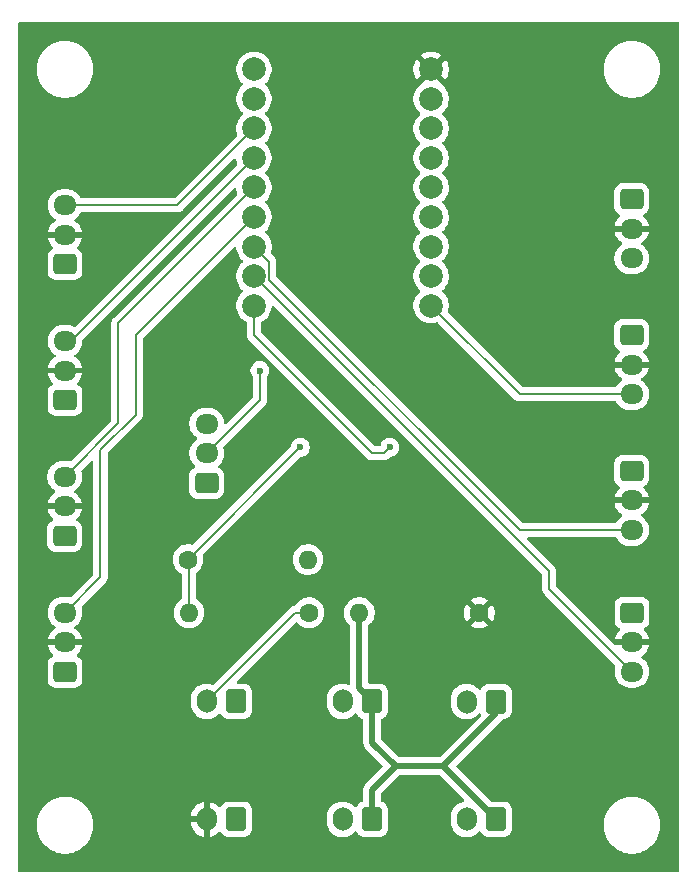
<source format=gbr>
%TF.GenerationSoftware,KiCad,Pcbnew,9.0.0*%
%TF.CreationDate,2025-05-08T14:03:21-04:00*%
%TF.ProjectId,main-pcb,6d61696e-2d70-4636-922e-6b696361645f,rev?*%
%TF.SameCoordinates,Original*%
%TF.FileFunction,Copper,L1,Top*%
%TF.FilePolarity,Positive*%
%FSLAX46Y46*%
G04 Gerber Fmt 4.6, Leading zero omitted, Abs format (unit mm)*
G04 Created by KiCad (PCBNEW 9.0.0) date 2025-05-08 14:03:21*
%MOMM*%
%LPD*%
G01*
G04 APERTURE LIST*
G04 Aperture macros list*
%AMRoundRect*
0 Rectangle with rounded corners*
0 $1 Rounding radius*
0 $2 $3 $4 $5 $6 $7 $8 $9 X,Y pos of 4 corners*
0 Add a 4 corners polygon primitive as box body*
4,1,4,$2,$3,$4,$5,$6,$7,$8,$9,$2,$3,0*
0 Add four circle primitives for the rounded corners*
1,1,$1+$1,$2,$3*
1,1,$1+$1,$4,$5*
1,1,$1+$1,$6,$7*
1,1,$1+$1,$8,$9*
0 Add four rect primitives between the rounded corners*
20,1,$1+$1,$2,$3,$4,$5,0*
20,1,$1+$1,$4,$5,$6,$7,0*
20,1,$1+$1,$6,$7,$8,$9,0*
20,1,$1+$1,$8,$9,$2,$3,0*%
G04 Aperture macros list end*
%TA.AperFunction,ComponentPad*%
%ADD10RoundRect,0.250000X0.600000X0.750000X-0.600000X0.750000X-0.600000X-0.750000X0.600000X-0.750000X0*%
%TD*%
%TA.AperFunction,ComponentPad*%
%ADD11O,1.700000X2.000000*%
%TD*%
%TA.AperFunction,ComponentPad*%
%ADD12RoundRect,0.250000X0.725000X-0.600000X0.725000X0.600000X-0.725000X0.600000X-0.725000X-0.600000X0*%
%TD*%
%TA.AperFunction,ComponentPad*%
%ADD13O,1.950000X1.700000*%
%TD*%
%TA.AperFunction,ComponentPad*%
%ADD14C,1.600000*%
%TD*%
%TA.AperFunction,ComponentPad*%
%ADD15O,1.600000X1.600000*%
%TD*%
%TA.AperFunction,ComponentPad*%
%ADD16C,2.000000*%
%TD*%
%TA.AperFunction,ComponentPad*%
%ADD17RoundRect,0.250000X-0.725000X0.600000X-0.725000X-0.600000X0.725000X-0.600000X0.725000X0.600000X0*%
%TD*%
%TA.AperFunction,ViaPad*%
%ADD18C,0.600000*%
%TD*%
%TA.AperFunction,Conductor*%
%ADD19C,0.200000*%
%TD*%
%TA.AperFunction,Conductor*%
%ADD20C,0.500000*%
%TD*%
G04 APERTURE END LIST*
D10*
%TO.P,VIN1,1,Pin_1*%
%TO.N,GND*%
X136500000Y-125000000D03*
D11*
%TO.P,VIN1,2,Pin_2*%
%TO.N,+5V*%
X134000000Y-125000000D03*
%TD*%
D12*
%TO.P,SteerFL1,1,Pin_1*%
%TO.N,GND*%
X122000000Y-78000000D03*
D13*
%TO.P,SteerFL1,2,Pin_2*%
%TO.N,+5V*%
X122000000Y-75500000D03*
%TO.P,SteerFL1,3,Pin_3*%
%TO.N,Signal_Steer_Servo_Front_Left*%
X122000000Y-73000000D03*
%TD*%
D10*
%TO.P,Light4,1,Pin_1*%
%TO.N,Net-(Light1-Pin_1)*%
X148000000Y-115000000D03*
D11*
%TO.P,Light4,2,Pin_2*%
%TO.N,GND*%
X145500000Y-115000000D03*
%TD*%
D14*
%TO.P,18K,1*%
%TO.N,Battery_Voltage_Measure*%
X132420000Y-103000000D03*
D15*
%TO.P,18K,2*%
%TO.N,GND*%
X142580000Y-103000000D03*
%TD*%
D16*
%TO.P,U1,1,GP1*%
%TO.N,Signal_Steer_Servo_Front_Left*%
X138000000Y-66500000D03*
%TO.P,U1,2,GP2*%
%TO.N,Signal_Steer_Servo_Front_Right*%
X138000000Y-69000000D03*
%TO.P,U1,3,GP3*%
%TO.N,Signal_Steer_Servo_Back_Left*%
X138000000Y-71500000D03*
%TO.P,U1,4,GP4*%
%TO.N,Signal_Steer_Servo_Back_Right*%
X138000000Y-74000000D03*
%TO.P,U1,5,GP5*%
%TO.N,Crane_Servo_Pitch*%
X138000000Y-76500000D03*
%TO.P,U1,6,GP6*%
%TO.N,Crane_Servo_Yaw*%
X138000000Y-79000000D03*
%TO.P,U1,7,GP7*%
%TO.N,Crane_Servo_Extension*%
X138000000Y-81500000D03*
%TO.P,U1,8,GP8*%
%TO.N,Crane_Servo_Elbow*%
X153000000Y-81500000D03*
%TO.P,U1,9,GP9*%
%TO.N,Battery_Voltage_Measure*%
X153000000Y-79000000D03*
%TO.P,U1,10,GP10*%
%TO.N,unconnected-(U1-GP10-Pad10)*%
X153000000Y-76500000D03*
%TO.P,U1,11,GP11*%
%TO.N,L298N_ENA*%
X153000000Y-74000000D03*
%TO.P,U1,12,GP12*%
%TO.N,L298N_IN2*%
X153000000Y-71500000D03*
%TO.P,U1,13,GP13*%
%TO.N,L298N_IN1*%
X153000000Y-69000000D03*
%TO.P,U1,14,3V3*%
%TO.N,unconnected-(U1-3V3-Pad14)*%
X153000000Y-66500000D03*
%TO.P,U1,15,GND*%
%TO.N,GND*%
X153000000Y-64000000D03*
%TO.P,U1,16,5V*%
%TO.N,+5V*%
X153000000Y-61500000D03*
%TO.P,U1,17,TX*%
%TO.N,unconnected-(U1-TX-Pad17)*%
X138000000Y-61500000D03*
%TO.P,U1,18,RX*%
%TO.N,unconnected-(U1-RX-Pad18)*%
X138000000Y-64000000D03*
%TD*%
D14*
%TO.P,10K,1*%
%TO.N,Net-(Battery1-Pin_2)*%
X142660000Y-107500000D03*
D15*
%TO.P,10K,2*%
%TO.N,Battery_Voltage_Measure*%
X132500000Y-107500000D03*
%TD*%
D17*
%TO.P,CranePitch1,1,Pin_1*%
%TO.N,GND*%
X169975000Y-95500000D03*
D13*
%TO.P,CranePitch1,2,Pin_2*%
%TO.N,+5V*%
X169975000Y-98000000D03*
%TO.P,CranePitch1,3,Pin_3*%
%TO.N,Crane_Servo_Pitch*%
X169975000Y-100500000D03*
%TD*%
D14*
%TO.P,Light Resistor,1*%
%TO.N,+5V*%
X157080000Y-107500000D03*
D15*
%TO.P,Light Resistor,2*%
%TO.N,Net-(Light1-Pin_1)*%
X146920000Y-107500000D03*
%TD*%
D10*
%TO.P,Light2,1,Pin_1*%
%TO.N,Net-(Light1-Pin_1)*%
X148000000Y-125000000D03*
D11*
%TO.P,Light2,2,Pin_2*%
%TO.N,GND*%
X145500000Y-125000000D03*
%TD*%
D12*
%TO.P,SteerFR1,1,Pin_1*%
%TO.N,GND*%
X122000000Y-89500000D03*
D13*
%TO.P,SteerFR1,2,Pin_2*%
%TO.N,+5V*%
X122000000Y-87000000D03*
%TO.P,SteerFR1,3,Pin_3*%
%TO.N,Signal_Steer_Servo_Front_Right*%
X122000000Y-84500000D03*
%TD*%
D17*
%TO.P,CraneYaw1,1,Pin_1*%
%TO.N,GND*%
X170000000Y-107500000D03*
D13*
%TO.P,CraneYaw1,2,Pin_2*%
%TO.N,+5V*%
X170000000Y-110000000D03*
%TO.P,CraneYaw1,3,Pin_3*%
%TO.N,Crane_Servo_Yaw*%
X170000000Y-112500000D03*
%TD*%
D10*
%TO.P,Battery1,1,Pin_1*%
%TO.N,GND*%
X136500000Y-115000000D03*
D11*
%TO.P,Battery1,2,Pin_2*%
%TO.N,Net-(Battery1-Pin_2)*%
X134000000Y-115000000D03*
%TD*%
D12*
%TO.P,SteerBR1,1,Pin_1*%
%TO.N,GND*%
X122000000Y-112500000D03*
D13*
%TO.P,SteerBR1,2,Pin_2*%
%TO.N,+5V*%
X122000000Y-110000000D03*
%TO.P,SteerBR1,3,Pin_3*%
%TO.N,Signal_Steer_Servo_Back_Right*%
X122000000Y-107500000D03*
%TD*%
D10*
%TO.P,Light3,1,Pin_1*%
%TO.N,Net-(Light1-Pin_1)*%
X158500000Y-115025000D03*
D11*
%TO.P,Light3,2,Pin_2*%
%TO.N,GND*%
X156000000Y-115025000D03*
%TD*%
D12*
%TO.P,SteerBL1,1,Pin_1*%
%TO.N,GND*%
X121975000Y-101000000D03*
D13*
%TO.P,SteerBL1,2,Pin_2*%
%TO.N,+5V*%
X121975000Y-98500000D03*
%TO.P,SteerBL1,3,Pin_3*%
%TO.N,Signal_Steer_Servo_Back_Left*%
X121975000Y-96000000D03*
%TD*%
D12*
%TO.P,L298N1,1,Pin_1*%
%TO.N,L298N_IN1*%
X134000000Y-96500000D03*
D13*
%TO.P,L298N1,2,Pin_2*%
%TO.N,L298N_IN2*%
X134000000Y-94000000D03*
%TO.P,L298N1,3,Pin_3*%
%TO.N,L298N_ENA*%
X134000000Y-91500000D03*
%TD*%
D10*
%TO.P,Light1,1,Pin_1*%
%TO.N,Net-(Light1-Pin_1)*%
X158500000Y-125000000D03*
D11*
%TO.P,Light1,2,Pin_2*%
%TO.N,GND*%
X156000000Y-125000000D03*
%TD*%
D17*
%TO.P,CraneExtension1,1,Pin_1*%
%TO.N,GND*%
X169975000Y-72500000D03*
D13*
%TO.P,CraneExtension1,2,Pin_2*%
%TO.N,+5V*%
X169975000Y-75000000D03*
%TO.P,CraneExtension1,3,Pin_3*%
%TO.N,Crane_Servo_Extension*%
X169975000Y-77500000D03*
%TD*%
D17*
%TO.P,CraneElbow1,1,Pin_1*%
%TO.N,GND*%
X169975000Y-84000000D03*
D13*
%TO.P,CraneElbow1,2,Pin_2*%
%TO.N,+5V*%
X169975000Y-86500000D03*
%TO.P,CraneElbow1,3,Pin_3*%
%TO.N,Crane_Servo_Elbow*%
X169975000Y-89000000D03*
%TD*%
D18*
%TO.N,L298N_IN2*%
X138500000Y-87000000D03*
%TO.N,Crane_Servo_Extension*%
X149500000Y-93500000D03*
%TO.N,Battery_Voltage_Measure*%
X141920000Y-93500000D03*
%TD*%
D19*
%TO.N,Signal_Steer_Servo_Front_Left*%
X122000000Y-73000000D02*
X131500000Y-73000000D01*
X131500000Y-73000000D02*
X138000000Y-66500000D01*
%TO.N,Signal_Steer_Servo_Front_Right*%
X122500000Y-84500000D02*
X138000000Y-69000000D01*
X122000000Y-84500000D02*
X122500000Y-84500000D01*
%TO.N,Signal_Steer_Servo_Back_Left*%
X126500000Y-83000000D02*
X138000000Y-71500000D01*
X121975000Y-96000000D02*
X126500000Y-91475000D01*
X126500000Y-91475000D02*
X126500000Y-83000000D01*
%TO.N,Signal_Steer_Servo_Back_Right*%
X128000000Y-90737892D02*
X128000000Y-84000000D01*
X128000000Y-84000000D02*
X138000000Y-74000000D01*
X125000000Y-104500000D02*
X125000000Y-93737892D01*
X125000000Y-93737892D02*
X128000000Y-90737892D01*
X122000000Y-107500000D02*
X125000000Y-104500000D01*
%TO.N,L298N_IN2*%
X138500000Y-87000000D02*
X138500000Y-89500000D01*
X138500000Y-89500000D02*
X134000000Y-94000000D01*
%TO.N,Crane_Servo_Elbow*%
X160500000Y-89000000D02*
X153000000Y-81500000D01*
X169975000Y-89000000D02*
X160500000Y-89000000D01*
%TO.N,Crane_Servo_Extension*%
X148000000Y-94000000D02*
X149000000Y-94000000D01*
X138000000Y-84000000D02*
X148000000Y-94000000D01*
X138000000Y-81500000D02*
X138000000Y-84000000D01*
X149000000Y-94000000D02*
X149500000Y-93500000D01*
%TO.N,Crane_Servo_Yaw*%
X163000000Y-104000000D02*
X138000000Y-79000000D01*
X163000000Y-105500000D02*
X163000000Y-104000000D01*
X170000000Y-112500000D02*
X163000000Y-105500000D01*
%TO.N,Crane_Servo_Pitch*%
X139301000Y-79301000D02*
X139301000Y-77801000D01*
X169975000Y-100500000D02*
X160500000Y-100500000D01*
X160500000Y-100500000D02*
X139301000Y-79301000D01*
X139301000Y-77801000D02*
X138000000Y-76500000D01*
D20*
%TO.N,Net-(Light1-Pin_1)*%
X150000000Y-120500000D02*
X148000000Y-122500000D01*
X158500000Y-116000000D02*
X158500000Y-115025000D01*
X153025000Y-120500000D02*
X154000000Y-120500000D01*
X146920000Y-107500000D02*
X146920000Y-113920000D01*
X150000000Y-120500000D02*
X153025000Y-120500000D01*
X148000000Y-122500000D02*
X148000000Y-125000000D01*
X150000000Y-120500000D02*
X148000000Y-118500000D01*
X146920000Y-113920000D02*
X148000000Y-115000000D01*
X154000000Y-120500000D02*
X158500000Y-125000000D01*
X148000000Y-115000000D02*
X148000000Y-118500000D01*
X154000000Y-120500000D02*
X158500000Y-116000000D01*
D19*
%TO.N,Net-(Battery1-Pin_2)*%
X134000000Y-115000000D02*
X141500000Y-107500000D01*
X141500000Y-107500000D02*
X142660000Y-107500000D01*
%TO.N,Battery_Voltage_Measure*%
X132420000Y-103000000D02*
X141920000Y-93500000D01*
X132500000Y-107500000D02*
X132500000Y-103080000D01*
X142000000Y-93500000D02*
X141920000Y-93500000D01*
X132500000Y-103080000D02*
X132420000Y-103000000D01*
%TD*%
%TA.AperFunction,Conductor*%
%TO.N,+5V*%
G36*
X173942539Y-57520185D02*
G01*
X173988294Y-57572989D01*
X173999500Y-57624500D01*
X173999500Y-129375500D01*
X173979815Y-129442539D01*
X173927011Y-129488294D01*
X173875500Y-129499500D01*
X118124500Y-129499500D01*
X118057461Y-129479815D01*
X118011706Y-129427011D01*
X118000500Y-129375500D01*
X118000500Y-125365186D01*
X119599500Y-125365186D01*
X119599500Y-125634813D01*
X119629686Y-125902719D01*
X119629687Y-125902728D01*
X119629688Y-125902732D01*
X119629703Y-125902797D01*
X119689684Y-126165594D01*
X119689687Y-126165602D01*
X119778734Y-126420082D01*
X119895714Y-126662994D01*
X119895716Y-126662997D01*
X120039162Y-126891289D01*
X120207266Y-127102085D01*
X120397915Y-127292734D01*
X120608711Y-127460838D01*
X120837003Y-127604284D01*
X121079921Y-127721267D01*
X121271049Y-127788145D01*
X121334397Y-127810312D01*
X121334405Y-127810315D01*
X121334408Y-127810315D01*
X121334409Y-127810316D01*
X121597268Y-127870312D01*
X121865187Y-127900499D01*
X121865188Y-127900500D01*
X121865191Y-127900500D01*
X122134812Y-127900500D01*
X122134812Y-127900499D01*
X122402732Y-127870312D01*
X122665591Y-127810316D01*
X122920079Y-127721267D01*
X123162997Y-127604284D01*
X123391289Y-127460838D01*
X123602085Y-127292734D01*
X123792734Y-127102085D01*
X123960838Y-126891289D01*
X124104284Y-126662997D01*
X124221267Y-126420079D01*
X124310316Y-126165591D01*
X124370312Y-125902732D01*
X124400500Y-125634809D01*
X124400500Y-125365191D01*
X124400499Y-125365186D01*
X124400499Y-125365184D01*
X124383299Y-125212521D01*
X124370313Y-125097280D01*
X124370312Y-125097268D01*
X124310316Y-124834409D01*
X124278594Y-124743753D01*
X132650000Y-124743753D01*
X132650000Y-124750000D01*
X133566988Y-124750000D01*
X133534075Y-124807007D01*
X133500000Y-124934174D01*
X133500000Y-125065826D01*
X133534075Y-125192993D01*
X133566988Y-125250000D01*
X132650000Y-125250000D01*
X132650000Y-125256246D01*
X132683242Y-125466127D01*
X132683242Y-125466130D01*
X132748904Y-125668217D01*
X132845379Y-125857557D01*
X132970272Y-126029459D01*
X132970276Y-126029464D01*
X133120535Y-126179723D01*
X133120540Y-126179727D01*
X133292442Y-126304620D01*
X133481782Y-126401095D01*
X133683871Y-126466757D01*
X133750000Y-126477231D01*
X133750000Y-125433012D01*
X133807007Y-125465925D01*
X133934174Y-125500000D01*
X134065826Y-125500000D01*
X134192993Y-125465925D01*
X134250000Y-125433012D01*
X134250000Y-126477230D01*
X134316126Y-126466757D01*
X134316129Y-126466757D01*
X134518217Y-126401095D01*
X134707557Y-126304620D01*
X134879458Y-126179728D01*
X135018330Y-126040856D01*
X135079653Y-126007371D01*
X135149345Y-126012355D01*
X135205279Y-126054226D01*
X135211551Y-126063440D01*
X135215185Y-126069331D01*
X135215186Y-126069334D01*
X135307288Y-126218656D01*
X135431344Y-126342712D01*
X135580666Y-126434814D01*
X135747203Y-126489999D01*
X135849991Y-126500500D01*
X137150008Y-126500499D01*
X137252797Y-126489999D01*
X137419334Y-126434814D01*
X137568656Y-126342712D01*
X137692712Y-126218656D01*
X137784814Y-126069334D01*
X137839999Y-125902797D01*
X137850500Y-125800009D01*
X137850499Y-124199992D01*
X137839999Y-124097203D01*
X137784814Y-123930666D01*
X137692712Y-123781344D01*
X137568656Y-123657288D01*
X137419334Y-123565186D01*
X137252797Y-123510001D01*
X137252795Y-123510000D01*
X137150010Y-123499500D01*
X135849998Y-123499500D01*
X135849981Y-123499501D01*
X135747203Y-123510000D01*
X135747200Y-123510001D01*
X135580668Y-123565185D01*
X135580663Y-123565187D01*
X135431342Y-123657289D01*
X135307289Y-123781342D01*
X135211551Y-123936559D01*
X135159603Y-123983283D01*
X135090640Y-123994506D01*
X135026558Y-123966662D01*
X135018331Y-123959143D01*
X134879464Y-123820276D01*
X134879459Y-123820272D01*
X134707557Y-123695379D01*
X134518215Y-123598903D01*
X134316124Y-123533241D01*
X134250000Y-123522768D01*
X134250000Y-124566988D01*
X134192993Y-124534075D01*
X134065826Y-124500000D01*
X133934174Y-124500000D01*
X133807007Y-124534075D01*
X133750000Y-124566988D01*
X133750000Y-123522768D01*
X133749999Y-123522768D01*
X133683875Y-123533241D01*
X133481784Y-123598903D01*
X133292442Y-123695379D01*
X133120540Y-123820272D01*
X133120535Y-123820276D01*
X132970276Y-123970535D01*
X132970272Y-123970540D01*
X132845379Y-124142442D01*
X132748904Y-124331782D01*
X132683242Y-124533869D01*
X132683242Y-124533872D01*
X132650000Y-124743753D01*
X124278594Y-124743753D01*
X124221267Y-124579921D01*
X124104284Y-124337003D01*
X123960838Y-124108711D01*
X123792734Y-123897915D01*
X123602085Y-123707266D01*
X123586642Y-123694951D01*
X123423922Y-123565186D01*
X123391289Y-123539162D01*
X123233613Y-123440087D01*
X123162994Y-123395714D01*
X122920082Y-123278734D01*
X122665602Y-123189687D01*
X122665594Y-123189684D01*
X122468446Y-123144687D01*
X122402732Y-123129688D01*
X122402728Y-123129687D01*
X122402719Y-123129686D01*
X122134813Y-123099500D01*
X122134809Y-123099500D01*
X121865191Y-123099500D01*
X121865186Y-123099500D01*
X121597280Y-123129686D01*
X121597268Y-123129688D01*
X121334405Y-123189684D01*
X121334397Y-123189687D01*
X121079917Y-123278734D01*
X120837005Y-123395714D01*
X120608712Y-123539161D01*
X120397915Y-123707265D01*
X120207265Y-123897915D01*
X120039161Y-124108712D01*
X119895714Y-124337005D01*
X119778734Y-124579917D01*
X119689687Y-124834397D01*
X119689684Y-124834405D01*
X119629688Y-125097268D01*
X119629686Y-125097280D01*
X119599500Y-125365186D01*
X118000500Y-125365186D01*
X118000500Y-114743713D01*
X132649500Y-114743713D01*
X132649500Y-115256287D01*
X132653460Y-115281287D01*
X132682753Y-115466239D01*
X132748444Y-115668414D01*
X132844951Y-115857820D01*
X132969890Y-116029786D01*
X133120213Y-116180109D01*
X133292179Y-116305048D01*
X133292181Y-116305049D01*
X133292184Y-116305051D01*
X133481588Y-116401557D01*
X133683757Y-116467246D01*
X133893713Y-116500500D01*
X133893714Y-116500500D01*
X134106286Y-116500500D01*
X134106287Y-116500500D01*
X134316243Y-116467246D01*
X134518412Y-116401557D01*
X134707816Y-116305051D01*
X134845374Y-116205110D01*
X134879784Y-116180110D01*
X134879784Y-116180109D01*
X134879792Y-116180104D01*
X135018604Y-116041291D01*
X135079923Y-116007809D01*
X135149615Y-116012793D01*
X135205549Y-116054664D01*
X135211821Y-116063878D01*
X135215185Y-116069333D01*
X135215186Y-116069334D01*
X135307288Y-116218656D01*
X135431344Y-116342712D01*
X135580666Y-116434814D01*
X135747203Y-116489999D01*
X135849991Y-116500500D01*
X137150008Y-116500499D01*
X137252797Y-116489999D01*
X137419334Y-116434814D01*
X137568656Y-116342712D01*
X137692712Y-116218656D01*
X137784814Y-116069334D01*
X137839999Y-115902797D01*
X137850500Y-115800009D01*
X137850499Y-114743713D01*
X144149500Y-114743713D01*
X144149500Y-115256287D01*
X144153460Y-115281287D01*
X144182753Y-115466239D01*
X144248444Y-115668414D01*
X144344951Y-115857820D01*
X144469890Y-116029786D01*
X144620213Y-116180109D01*
X144792179Y-116305048D01*
X144792181Y-116305049D01*
X144792184Y-116305051D01*
X144981588Y-116401557D01*
X145183757Y-116467246D01*
X145393713Y-116500500D01*
X145393714Y-116500500D01*
X145606286Y-116500500D01*
X145606287Y-116500500D01*
X145816243Y-116467246D01*
X146018412Y-116401557D01*
X146207816Y-116305051D01*
X146345374Y-116205110D01*
X146379784Y-116180110D01*
X146379784Y-116180109D01*
X146379792Y-116180104D01*
X146518604Y-116041291D01*
X146579923Y-116007809D01*
X146649615Y-116012793D01*
X146705549Y-116054664D01*
X146711821Y-116063878D01*
X146715185Y-116069333D01*
X146715186Y-116069334D01*
X146807288Y-116218656D01*
X146931344Y-116342712D01*
X147080666Y-116434814D01*
X147164505Y-116462595D01*
X147221948Y-116502366D01*
X147248772Y-116566882D01*
X147249500Y-116580300D01*
X147249500Y-118573918D01*
X147249500Y-118573920D01*
X147249499Y-118573920D01*
X147278340Y-118718907D01*
X147278343Y-118718917D01*
X147334914Y-118855492D01*
X147367812Y-118904727D01*
X147367813Y-118904730D01*
X147417046Y-118978414D01*
X147417052Y-118978421D01*
X148850950Y-120412319D01*
X148884435Y-120473642D01*
X148879451Y-120543334D01*
X148850950Y-120587681D01*
X147417050Y-122021580D01*
X147417044Y-122021588D01*
X147367812Y-122095268D01*
X147367813Y-122095269D01*
X147334921Y-122144496D01*
X147334914Y-122144508D01*
X147278342Y-122281086D01*
X147278340Y-122281092D01*
X147249500Y-122426079D01*
X147249500Y-123419699D01*
X147229815Y-123486738D01*
X147177011Y-123532493D01*
X147164507Y-123537403D01*
X147131962Y-123548188D01*
X147080668Y-123565185D01*
X147080663Y-123565187D01*
X146931342Y-123657289D01*
X146807289Y-123781342D01*
X146711821Y-123936121D01*
X146659873Y-123982845D01*
X146590910Y-123994068D01*
X146526828Y-123966224D01*
X146518601Y-123958705D01*
X146379786Y-123819890D01*
X146207820Y-123694951D01*
X146018414Y-123598444D01*
X146018413Y-123598443D01*
X146018412Y-123598443D01*
X145816243Y-123532754D01*
X145816241Y-123532753D01*
X145816240Y-123532753D01*
X145654957Y-123507208D01*
X145606287Y-123499500D01*
X145393713Y-123499500D01*
X145345042Y-123507208D01*
X145183760Y-123532753D01*
X144981585Y-123598444D01*
X144792179Y-123694951D01*
X144620213Y-123819890D01*
X144469890Y-123970213D01*
X144344951Y-124142179D01*
X144248444Y-124331585D01*
X144182753Y-124533760D01*
X144149500Y-124743713D01*
X144149500Y-125256286D01*
X144182735Y-125466127D01*
X144182754Y-125466243D01*
X144237525Y-125634811D01*
X144248444Y-125668414D01*
X144344951Y-125857820D01*
X144469890Y-126029786D01*
X144620213Y-126180109D01*
X144792179Y-126305048D01*
X144792181Y-126305049D01*
X144792184Y-126305051D01*
X144981588Y-126401557D01*
X145183757Y-126467246D01*
X145393713Y-126500500D01*
X145393714Y-126500500D01*
X145606286Y-126500500D01*
X145606287Y-126500500D01*
X145816243Y-126467246D01*
X146018412Y-126401557D01*
X146207816Y-126305051D01*
X146379792Y-126180104D01*
X146518604Y-126041291D01*
X146579923Y-126007809D01*
X146649615Y-126012793D01*
X146705549Y-126054664D01*
X146711821Y-126063878D01*
X146715185Y-126069333D01*
X146715186Y-126069334D01*
X146807288Y-126218656D01*
X146931344Y-126342712D01*
X147080666Y-126434814D01*
X147247203Y-126489999D01*
X147349991Y-126500500D01*
X148650008Y-126500499D01*
X148752797Y-126489999D01*
X148919334Y-126434814D01*
X149068656Y-126342712D01*
X149192712Y-126218656D01*
X149284814Y-126069334D01*
X149339999Y-125902797D01*
X149350500Y-125800009D01*
X149350499Y-124199992D01*
X149339999Y-124097203D01*
X149284814Y-123930666D01*
X149192712Y-123781344D01*
X149068656Y-123657288D01*
X148919334Y-123565186D01*
X148835495Y-123537404D01*
X148778051Y-123497632D01*
X148751228Y-123433116D01*
X148750500Y-123419699D01*
X148750500Y-122862229D01*
X148770185Y-122795190D01*
X148786819Y-122774548D01*
X150274548Y-121286819D01*
X150335871Y-121253334D01*
X150362229Y-121250500D01*
X152951082Y-121250500D01*
X153637770Y-121250500D01*
X153704809Y-121270185D01*
X153725451Y-121286819D01*
X155759975Y-123321343D01*
X155793460Y-123382666D01*
X155788476Y-123452358D01*
X155746604Y-123508291D01*
X155691693Y-123531497D01*
X155683759Y-123532753D01*
X155481585Y-123598444D01*
X155292179Y-123694951D01*
X155120213Y-123819890D01*
X154969890Y-123970213D01*
X154844951Y-124142179D01*
X154748444Y-124331585D01*
X154682753Y-124533760D01*
X154649500Y-124743713D01*
X154649500Y-125256286D01*
X154682735Y-125466127D01*
X154682754Y-125466243D01*
X154737525Y-125634811D01*
X154748444Y-125668414D01*
X154844951Y-125857820D01*
X154969890Y-126029786D01*
X155120213Y-126180109D01*
X155292179Y-126305048D01*
X155292181Y-126305049D01*
X155292184Y-126305051D01*
X155481588Y-126401557D01*
X155683757Y-126467246D01*
X155893713Y-126500500D01*
X155893714Y-126500500D01*
X156106286Y-126500500D01*
X156106287Y-126500500D01*
X156316243Y-126467246D01*
X156518412Y-126401557D01*
X156707816Y-126305051D01*
X156879792Y-126180104D01*
X157018604Y-126041291D01*
X157079923Y-126007809D01*
X157149615Y-126012793D01*
X157205549Y-126054664D01*
X157211821Y-126063878D01*
X157215185Y-126069333D01*
X157215186Y-126069334D01*
X157307288Y-126218656D01*
X157431344Y-126342712D01*
X157580666Y-126434814D01*
X157747203Y-126489999D01*
X157849991Y-126500500D01*
X159150008Y-126500499D01*
X159252797Y-126489999D01*
X159419334Y-126434814D01*
X159568656Y-126342712D01*
X159692712Y-126218656D01*
X159784814Y-126069334D01*
X159839999Y-125902797D01*
X159850500Y-125800009D01*
X159850499Y-125365186D01*
X167599500Y-125365186D01*
X167599500Y-125634813D01*
X167629686Y-125902719D01*
X167629687Y-125902728D01*
X167629688Y-125902732D01*
X167629703Y-125902797D01*
X167689684Y-126165594D01*
X167689687Y-126165602D01*
X167778734Y-126420082D01*
X167895714Y-126662994D01*
X167895716Y-126662997D01*
X168039162Y-126891289D01*
X168207266Y-127102085D01*
X168397915Y-127292734D01*
X168608711Y-127460838D01*
X168837003Y-127604284D01*
X169079921Y-127721267D01*
X169271049Y-127788145D01*
X169334397Y-127810312D01*
X169334405Y-127810315D01*
X169334408Y-127810315D01*
X169334409Y-127810316D01*
X169597268Y-127870312D01*
X169865187Y-127900499D01*
X169865188Y-127900500D01*
X169865191Y-127900500D01*
X170134812Y-127900500D01*
X170134812Y-127900499D01*
X170402732Y-127870312D01*
X170665591Y-127810316D01*
X170920079Y-127721267D01*
X171162997Y-127604284D01*
X171391289Y-127460838D01*
X171602085Y-127292734D01*
X171792734Y-127102085D01*
X171960838Y-126891289D01*
X172104284Y-126662997D01*
X172221267Y-126420079D01*
X172310316Y-126165591D01*
X172370312Y-125902732D01*
X172400500Y-125634809D01*
X172400500Y-125365191D01*
X172370312Y-125097268D01*
X172310316Y-124834409D01*
X172221267Y-124579921D01*
X172104284Y-124337003D01*
X171960838Y-124108711D01*
X171792734Y-123897915D01*
X171602085Y-123707266D01*
X171586642Y-123694951D01*
X171423922Y-123565186D01*
X171391289Y-123539162D01*
X171233613Y-123440087D01*
X171162994Y-123395714D01*
X170920082Y-123278734D01*
X170665602Y-123189687D01*
X170665594Y-123189684D01*
X170468446Y-123144687D01*
X170402732Y-123129688D01*
X170402728Y-123129687D01*
X170402719Y-123129686D01*
X170134813Y-123099500D01*
X170134809Y-123099500D01*
X169865191Y-123099500D01*
X169865186Y-123099500D01*
X169597280Y-123129686D01*
X169597268Y-123129688D01*
X169334405Y-123189684D01*
X169334397Y-123189687D01*
X169079917Y-123278734D01*
X168837005Y-123395714D01*
X168608712Y-123539161D01*
X168397915Y-123707265D01*
X168207265Y-123897915D01*
X168039161Y-124108712D01*
X167895714Y-124337005D01*
X167778734Y-124579917D01*
X167689687Y-124834397D01*
X167689684Y-124834405D01*
X167629688Y-125097268D01*
X167629686Y-125097280D01*
X167599500Y-125365186D01*
X159850499Y-125365186D01*
X159850499Y-124934174D01*
X159850499Y-124199998D01*
X159850498Y-124199981D01*
X159839999Y-124097203D01*
X159839998Y-124097200D01*
X159784814Y-123930666D01*
X159692712Y-123781344D01*
X159568656Y-123657288D01*
X159419334Y-123565186D01*
X159252797Y-123510001D01*
X159252795Y-123510000D01*
X159150016Y-123499500D01*
X159150009Y-123499500D01*
X158112230Y-123499500D01*
X158045191Y-123479815D01*
X158024549Y-123463181D01*
X155149048Y-120587680D01*
X155115563Y-120526357D01*
X155120547Y-120456665D01*
X155149044Y-120412323D01*
X158999549Y-116561817D01*
X159060872Y-116528333D01*
X159087230Y-116525499D01*
X159150002Y-116525499D01*
X159150008Y-116525499D01*
X159252797Y-116514999D01*
X159419334Y-116459814D01*
X159568656Y-116367712D01*
X159692712Y-116243656D01*
X159784814Y-116094334D01*
X159839999Y-115927797D01*
X159850500Y-115825009D01*
X159850499Y-114224992D01*
X159839999Y-114122203D01*
X159784814Y-113955666D01*
X159692712Y-113806344D01*
X159568656Y-113682288D01*
X159451276Y-113609888D01*
X159419336Y-113590187D01*
X159419331Y-113590185D01*
X159398484Y-113583277D01*
X159252797Y-113535001D01*
X159252795Y-113535000D01*
X159150010Y-113524500D01*
X157849998Y-113524500D01*
X157849981Y-113524501D01*
X157747203Y-113535000D01*
X157747200Y-113535001D01*
X157580668Y-113590185D01*
X157580663Y-113590187D01*
X157431342Y-113682289D01*
X157307289Y-113806342D01*
X157211821Y-113961121D01*
X157159873Y-114007845D01*
X157090910Y-114019068D01*
X157026828Y-113991224D01*
X157018601Y-113983705D01*
X156879786Y-113844890D01*
X156707820Y-113719951D01*
X156518414Y-113623444D01*
X156518413Y-113623443D01*
X156518412Y-113623443D01*
X156316243Y-113557754D01*
X156316241Y-113557753D01*
X156316240Y-113557753D01*
X156154957Y-113532208D01*
X156106287Y-113524500D01*
X155893713Y-113524500D01*
X155845042Y-113532208D01*
X155683760Y-113557753D01*
X155481585Y-113623444D01*
X155292179Y-113719951D01*
X155120213Y-113844890D01*
X154969890Y-113995213D01*
X154844951Y-114167179D01*
X154748444Y-114356585D01*
X154682753Y-114558760D01*
X154649500Y-114768713D01*
X154649500Y-115281286D01*
X154682753Y-115491239D01*
X154748444Y-115693414D01*
X154844951Y-115882820D01*
X154969890Y-116054786D01*
X155120213Y-116205109D01*
X155292179Y-116330048D01*
X155292181Y-116330049D01*
X155292184Y-116330051D01*
X155481588Y-116426557D01*
X155683757Y-116492246D01*
X155893713Y-116525500D01*
X155893714Y-116525500D01*
X156106286Y-116525500D01*
X156106287Y-116525500D01*
X156316243Y-116492246D01*
X156518412Y-116426557D01*
X156707816Y-116330051D01*
X156879792Y-116205104D01*
X157018604Y-116066291D01*
X157039002Y-116055153D01*
X157056845Y-116040256D01*
X157069091Y-116038723D01*
X157079923Y-116032809D01*
X157103108Y-116034467D01*
X157126174Y-116031581D01*
X157137304Y-116036912D01*
X157149615Y-116037793D01*
X157168224Y-116051723D01*
X157189187Y-116061765D01*
X157201770Y-116076835D01*
X157205549Y-116079664D01*
X157211808Y-116088857D01*
X157212957Y-116090719D01*
X157231410Y-116158108D01*
X157210501Y-116224776D01*
X157195112Y-116243518D01*
X153725451Y-119713181D01*
X153664128Y-119746666D01*
X153637770Y-119749500D01*
X150362229Y-119749500D01*
X150295190Y-119729815D01*
X150274548Y-119713181D01*
X148786819Y-118225451D01*
X148753334Y-118164128D01*
X148750500Y-118137770D01*
X148750500Y-116580300D01*
X148770185Y-116513261D01*
X148822989Y-116467506D01*
X148835482Y-116462599D01*
X148919334Y-116434814D01*
X149068656Y-116342712D01*
X149192712Y-116218656D01*
X149284814Y-116069334D01*
X149339999Y-115902797D01*
X149350500Y-115800009D01*
X149350499Y-114199992D01*
X149339999Y-114097203D01*
X149284814Y-113930666D01*
X149192712Y-113781344D01*
X149068656Y-113657288D01*
X148973253Y-113598443D01*
X148919336Y-113565187D01*
X148919331Y-113565185D01*
X148917862Y-113564698D01*
X148752797Y-113510001D01*
X148752795Y-113510000D01*
X148650016Y-113499500D01*
X148650009Y-113499500D01*
X147794500Y-113499500D01*
X147727461Y-113479815D01*
X147681706Y-113427011D01*
X147670500Y-113375500D01*
X147670500Y-108625416D01*
X147670522Y-108625338D01*
X147670500Y-108625261D01*
X147680382Y-108591760D01*
X147690185Y-108558377D01*
X147690253Y-108558297D01*
X147690269Y-108558246D01*
X147690628Y-108557865D01*
X147713415Y-108531602D01*
X147717376Y-108528177D01*
X147767219Y-108491966D01*
X147911966Y-108347219D01*
X147911968Y-108347215D01*
X147911971Y-108347213D01*
X147964732Y-108274590D01*
X148032287Y-108181610D01*
X148125220Y-107999219D01*
X148188477Y-107804534D01*
X148220500Y-107602352D01*
X148220500Y-107397682D01*
X155780000Y-107397682D01*
X155780000Y-107602317D01*
X155812009Y-107804417D01*
X155875244Y-107999031D01*
X155968141Y-108181350D01*
X155968147Y-108181359D01*
X156000523Y-108225921D01*
X156000524Y-108225922D01*
X156680000Y-107546446D01*
X156680000Y-107552661D01*
X156707259Y-107654394D01*
X156759920Y-107745606D01*
X156834394Y-107820080D01*
X156925606Y-107872741D01*
X157027339Y-107900000D01*
X157033553Y-107900000D01*
X156354076Y-108579474D01*
X156398650Y-108611859D01*
X156580968Y-108704755D01*
X156775582Y-108767990D01*
X156977683Y-108800000D01*
X157182317Y-108800000D01*
X157384417Y-108767990D01*
X157579031Y-108704755D01*
X157761349Y-108611859D01*
X157805921Y-108579474D01*
X157126447Y-107900000D01*
X157132661Y-107900000D01*
X157234394Y-107872741D01*
X157325606Y-107820080D01*
X157400080Y-107745606D01*
X157452741Y-107654394D01*
X157480000Y-107552661D01*
X157480000Y-107546447D01*
X158159474Y-108225921D01*
X158191859Y-108181349D01*
X158284755Y-107999031D01*
X158347990Y-107804417D01*
X158380000Y-107602317D01*
X158380000Y-107397682D01*
X158347990Y-107195582D01*
X158284755Y-107000968D01*
X158191859Y-106818650D01*
X158159474Y-106774077D01*
X158159474Y-106774076D01*
X157480000Y-107453551D01*
X157480000Y-107447339D01*
X157452741Y-107345606D01*
X157400080Y-107254394D01*
X157325606Y-107179920D01*
X157234394Y-107127259D01*
X157132661Y-107100000D01*
X157126446Y-107100000D01*
X157805922Y-106420524D01*
X157805921Y-106420523D01*
X157761359Y-106388147D01*
X157761350Y-106388141D01*
X157579031Y-106295244D01*
X157384417Y-106232009D01*
X157182317Y-106200000D01*
X156977683Y-106200000D01*
X156775582Y-106232009D01*
X156580968Y-106295244D01*
X156398644Y-106388143D01*
X156354077Y-106420523D01*
X156354077Y-106420524D01*
X157033554Y-107100000D01*
X157027339Y-107100000D01*
X156925606Y-107127259D01*
X156834394Y-107179920D01*
X156759920Y-107254394D01*
X156707259Y-107345606D01*
X156680000Y-107447339D01*
X156680000Y-107453553D01*
X156000524Y-106774077D01*
X156000523Y-106774077D01*
X155968143Y-106818644D01*
X155875244Y-107000968D01*
X155812009Y-107195582D01*
X155780000Y-107397682D01*
X148220500Y-107397682D01*
X148220500Y-107397648D01*
X148212257Y-107345606D01*
X148188477Y-107195465D01*
X148131296Y-107019481D01*
X148125220Y-107000781D01*
X148125218Y-107000778D01*
X148125218Y-107000776D01*
X148064999Y-106882591D01*
X148032287Y-106818390D01*
X148024556Y-106807749D01*
X147911971Y-106652786D01*
X147767213Y-106508028D01*
X147601613Y-106387715D01*
X147601612Y-106387714D01*
X147601610Y-106387713D01*
X147544653Y-106358691D01*
X147419223Y-106294781D01*
X147224534Y-106231522D01*
X147049995Y-106203878D01*
X147022352Y-106199500D01*
X146817648Y-106199500D01*
X146793329Y-106203351D01*
X146615465Y-106231522D01*
X146420776Y-106294781D01*
X146238386Y-106387715D01*
X146072786Y-106508028D01*
X145928028Y-106652786D01*
X145807715Y-106818386D01*
X145714781Y-107000776D01*
X145651522Y-107195465D01*
X145619500Y-107397648D01*
X145619500Y-107602351D01*
X145651522Y-107804534D01*
X145714781Y-107999223D01*
X145778691Y-108124653D01*
X145807585Y-108181359D01*
X145807715Y-108181613D01*
X145928028Y-108347213D01*
X145928034Y-108347219D01*
X146072781Y-108491966D01*
X146118384Y-108525098D01*
X146161050Y-108580425D01*
X146169500Y-108625416D01*
X146169500Y-113476863D01*
X146149815Y-113543902D01*
X146097011Y-113589657D01*
X146027853Y-113599601D01*
X146007182Y-113594794D01*
X145816240Y-113532753D01*
X145654957Y-113507208D01*
X145606287Y-113499500D01*
X145393713Y-113499500D01*
X145345042Y-113507208D01*
X145183760Y-113532753D01*
X144981585Y-113598444D01*
X144792179Y-113694951D01*
X144620213Y-113819890D01*
X144469890Y-113970213D01*
X144344951Y-114142179D01*
X144248444Y-114331585D01*
X144182753Y-114533760D01*
X144149500Y-114743713D01*
X137850499Y-114743713D01*
X137850499Y-114199992D01*
X137839999Y-114097203D01*
X137784814Y-113930666D01*
X137692712Y-113781344D01*
X137568656Y-113657288D01*
X137473253Y-113598443D01*
X137419336Y-113565187D01*
X137419331Y-113565185D01*
X137417862Y-113564698D01*
X137252797Y-113510001D01*
X137252795Y-113510000D01*
X137150016Y-113499500D01*
X137150009Y-113499500D01*
X136649096Y-113499500D01*
X136582057Y-113479815D01*
X136536302Y-113427011D01*
X136526358Y-113357853D01*
X136555383Y-113294297D01*
X136561415Y-113287819D01*
X138969776Y-110879458D01*
X141497347Y-108351887D01*
X141558666Y-108318405D01*
X141628358Y-108323389D01*
X141672705Y-108351890D01*
X141812786Y-108491971D01*
X141933226Y-108579474D01*
X141978390Y-108612287D01*
X142094607Y-108671503D01*
X142160776Y-108705218D01*
X142160778Y-108705218D01*
X142160781Y-108705220D01*
X142223763Y-108725684D01*
X142355465Y-108768477D01*
X142396233Y-108774934D01*
X142557648Y-108800500D01*
X142557649Y-108800500D01*
X142762351Y-108800500D01*
X142762352Y-108800500D01*
X142964534Y-108768477D01*
X143159219Y-108705220D01*
X143341610Y-108612287D01*
X143434590Y-108544732D01*
X143507213Y-108491971D01*
X143507215Y-108491968D01*
X143507219Y-108491966D01*
X143651966Y-108347219D01*
X143651968Y-108347215D01*
X143651971Y-108347213D01*
X143704732Y-108274590D01*
X143772287Y-108181610D01*
X143865220Y-107999219D01*
X143928477Y-107804534D01*
X143960500Y-107602352D01*
X143960500Y-107397648D01*
X143952257Y-107345606D01*
X143928477Y-107195465D01*
X143871296Y-107019481D01*
X143865220Y-107000781D01*
X143865218Y-107000778D01*
X143865218Y-107000776D01*
X143804999Y-106882591D01*
X143772287Y-106818390D01*
X143764556Y-106807749D01*
X143651971Y-106652786D01*
X143507213Y-106508028D01*
X143341613Y-106387715D01*
X143341612Y-106387714D01*
X143341610Y-106387713D01*
X143284653Y-106358691D01*
X143159223Y-106294781D01*
X142964534Y-106231522D01*
X142789995Y-106203878D01*
X142762352Y-106199500D01*
X142557648Y-106199500D01*
X142533329Y-106203351D01*
X142355465Y-106231522D01*
X142160776Y-106294781D01*
X141978386Y-106387715D01*
X141812786Y-106508028D01*
X141668028Y-106652786D01*
X141547714Y-106818386D01*
X141540882Y-106831796D01*
X141492906Y-106882591D01*
X141430398Y-106899499D01*
X141420943Y-106899499D01*
X141344579Y-106919961D01*
X141268214Y-106940423D01*
X141268209Y-106940426D01*
X141131290Y-107019475D01*
X141131282Y-107019481D01*
X134597735Y-113553027D01*
X134536412Y-113586512D01*
X134471736Y-113583277D01*
X134316240Y-113532753D01*
X134154957Y-113507208D01*
X134106287Y-113499500D01*
X133893713Y-113499500D01*
X133845042Y-113507208D01*
X133683760Y-113532753D01*
X133481585Y-113598444D01*
X133292179Y-113694951D01*
X133120213Y-113819890D01*
X132969890Y-113970213D01*
X132844951Y-114142179D01*
X132748444Y-114331585D01*
X132682753Y-114533760D01*
X132649500Y-114743713D01*
X118000500Y-114743713D01*
X118000500Y-95893713D01*
X120499500Y-95893713D01*
X120499500Y-96106287D01*
X120532754Y-96316243D01*
X120566250Y-96419334D01*
X120598444Y-96518414D01*
X120694951Y-96707820D01*
X120819890Y-96879786D01*
X120970209Y-97030105D01*
X120970214Y-97030109D01*
X121135218Y-97149991D01*
X121177884Y-97205320D01*
X121183863Y-97274934D01*
X121151258Y-97336729D01*
X121135218Y-97350627D01*
X120970540Y-97470272D01*
X120970535Y-97470276D01*
X120820276Y-97620535D01*
X120820272Y-97620540D01*
X120695379Y-97792442D01*
X120598904Y-97981782D01*
X120533242Y-98183870D01*
X120533242Y-98183873D01*
X120522769Y-98250000D01*
X121570854Y-98250000D01*
X121532370Y-98316657D01*
X121500000Y-98437465D01*
X121500000Y-98562535D01*
X121532370Y-98683343D01*
X121570854Y-98750000D01*
X120522769Y-98750000D01*
X120533242Y-98816126D01*
X120533242Y-98816129D01*
X120598904Y-99018217D01*
X120695379Y-99207557D01*
X120820272Y-99379459D01*
X120820276Y-99379464D01*
X120959143Y-99518331D01*
X120992628Y-99579654D01*
X120987644Y-99649346D01*
X120945772Y-99705279D01*
X120936559Y-99711551D01*
X120781342Y-99807289D01*
X120657289Y-99931342D01*
X120565187Y-100080663D01*
X120565186Y-100080666D01*
X120510001Y-100247203D01*
X120510001Y-100247204D01*
X120510000Y-100247204D01*
X120499500Y-100349983D01*
X120499500Y-101650001D01*
X120499501Y-101650018D01*
X120510000Y-101752796D01*
X120510001Y-101752799D01*
X120554708Y-101887713D01*
X120565186Y-101919334D01*
X120657288Y-102068656D01*
X120781344Y-102192712D01*
X120930666Y-102284814D01*
X121097203Y-102339999D01*
X121199991Y-102350500D01*
X122750008Y-102350499D01*
X122852797Y-102339999D01*
X123019334Y-102284814D01*
X123168656Y-102192712D01*
X123292712Y-102068656D01*
X123384814Y-101919334D01*
X123439999Y-101752797D01*
X123450500Y-101650009D01*
X123450499Y-100349992D01*
X123439999Y-100247203D01*
X123384814Y-100080666D01*
X123292712Y-99931344D01*
X123168656Y-99807288D01*
X123019334Y-99715186D01*
X123019332Y-99715185D01*
X123013440Y-99711551D01*
X122966716Y-99659603D01*
X122955493Y-99590641D01*
X122983337Y-99526558D01*
X122990856Y-99518330D01*
X123129728Y-99379458D01*
X123254620Y-99207557D01*
X123351095Y-99018217D01*
X123416757Y-98816129D01*
X123416757Y-98816126D01*
X123427231Y-98750000D01*
X122379146Y-98750000D01*
X122417630Y-98683343D01*
X122450000Y-98562535D01*
X122450000Y-98437465D01*
X122417630Y-98316657D01*
X122379146Y-98250000D01*
X123427231Y-98250000D01*
X123416757Y-98183873D01*
X123416757Y-98183870D01*
X123351095Y-97981782D01*
X123254620Y-97792442D01*
X123129727Y-97620540D01*
X123129723Y-97620535D01*
X122979464Y-97470276D01*
X122979459Y-97470272D01*
X122814781Y-97350627D01*
X122772115Y-97295297D01*
X122766136Y-97225684D01*
X122798741Y-97163889D01*
X122814776Y-97149994D01*
X122979792Y-97030104D01*
X123130104Y-96879792D01*
X123130106Y-96879788D01*
X123130109Y-96879786D01*
X123255048Y-96707820D01*
X123255047Y-96707820D01*
X123255051Y-96707816D01*
X123351557Y-96518412D01*
X123417246Y-96316243D01*
X123450500Y-96106287D01*
X123450500Y-95893713D01*
X123417246Y-95683757D01*
X123372851Y-95547126D01*
X123370857Y-95477290D01*
X123403100Y-95421133D01*
X124187820Y-94636414D01*
X124249142Y-94602930D01*
X124318834Y-94607914D01*
X124374767Y-94649786D01*
X124399184Y-94715250D01*
X124399500Y-94724096D01*
X124399500Y-104199902D01*
X124379815Y-104266941D01*
X124363181Y-104287583D01*
X122509025Y-106141738D01*
X122447702Y-106175223D01*
X122401946Y-106176530D01*
X122231287Y-106149500D01*
X121768713Y-106149500D01*
X121720042Y-106157208D01*
X121558760Y-106182753D01*
X121356585Y-106248444D01*
X121167179Y-106344951D01*
X120995213Y-106469890D01*
X120844890Y-106620213D01*
X120719951Y-106792179D01*
X120623444Y-106981585D01*
X120557753Y-107183760D01*
X120555899Y-107195466D01*
X120524500Y-107393713D01*
X120524500Y-107606287D01*
X120557754Y-107816243D01*
X120584968Y-107900000D01*
X120623444Y-108018414D01*
X120719951Y-108207820D01*
X120844890Y-108379786D01*
X120995209Y-108530105D01*
X120995214Y-108530109D01*
X121160218Y-108649991D01*
X121202884Y-108705320D01*
X121208863Y-108774934D01*
X121176258Y-108836729D01*
X121160218Y-108850627D01*
X120995540Y-108970272D01*
X120995535Y-108970276D01*
X120845276Y-109120535D01*
X120845272Y-109120540D01*
X120720379Y-109292442D01*
X120623904Y-109481782D01*
X120558242Y-109683870D01*
X120558242Y-109683873D01*
X120547769Y-109750000D01*
X121595854Y-109750000D01*
X121557370Y-109816657D01*
X121525000Y-109937465D01*
X121525000Y-110062535D01*
X121557370Y-110183343D01*
X121595854Y-110250000D01*
X120547769Y-110250000D01*
X120558242Y-110316126D01*
X120558242Y-110316129D01*
X120623904Y-110518217D01*
X120720379Y-110707557D01*
X120845272Y-110879459D01*
X120845276Y-110879464D01*
X120984143Y-111018331D01*
X121017628Y-111079654D01*
X121012644Y-111149346D01*
X120970772Y-111205279D01*
X120961559Y-111211551D01*
X120806342Y-111307289D01*
X120682289Y-111431342D01*
X120590187Y-111580663D01*
X120590186Y-111580666D01*
X120535001Y-111747203D01*
X120535001Y-111747204D01*
X120535000Y-111747204D01*
X120524500Y-111849983D01*
X120524500Y-113150001D01*
X120524501Y-113150018D01*
X120535000Y-113252796D01*
X120535001Y-113252799D01*
X120569813Y-113357853D01*
X120590186Y-113419334D01*
X120682288Y-113568656D01*
X120806344Y-113692712D01*
X120955666Y-113784814D01*
X121122203Y-113839999D01*
X121224991Y-113850500D01*
X122775008Y-113850499D01*
X122877797Y-113839999D01*
X123044334Y-113784814D01*
X123193656Y-113692712D01*
X123317712Y-113568656D01*
X123409814Y-113419334D01*
X123464999Y-113252797D01*
X123475500Y-113150009D01*
X123475499Y-111849992D01*
X123464999Y-111747203D01*
X123409814Y-111580666D01*
X123317712Y-111431344D01*
X123193656Y-111307288D01*
X123044334Y-111215186D01*
X123044332Y-111215185D01*
X123038440Y-111211551D01*
X122991716Y-111159603D01*
X122980493Y-111090641D01*
X123008337Y-111026558D01*
X123015856Y-111018330D01*
X123154728Y-110879458D01*
X123279620Y-110707557D01*
X123376095Y-110518217D01*
X123441757Y-110316129D01*
X123441757Y-110316126D01*
X123452231Y-110250000D01*
X122404146Y-110250000D01*
X122442630Y-110183343D01*
X122475000Y-110062535D01*
X122475000Y-109937465D01*
X122442630Y-109816657D01*
X122404146Y-109750000D01*
X123452231Y-109750000D01*
X123441757Y-109683873D01*
X123441757Y-109683870D01*
X123376095Y-109481782D01*
X123279620Y-109292442D01*
X123154727Y-109120540D01*
X123154723Y-109120535D01*
X123004464Y-108970276D01*
X123004459Y-108970272D01*
X122839781Y-108850627D01*
X122797115Y-108795297D01*
X122791136Y-108725684D01*
X122823741Y-108663889D01*
X122839776Y-108649994D01*
X123004792Y-108530104D01*
X123155104Y-108379792D01*
X123155106Y-108379788D01*
X123155109Y-108379786D01*
X123280048Y-108207820D01*
X123280047Y-108207820D01*
X123280051Y-108207816D01*
X123376557Y-108018412D01*
X123442246Y-107816243D01*
X123475500Y-107606287D01*
X123475500Y-107393713D01*
X123442246Y-107183757D01*
X123397851Y-107047126D01*
X123395857Y-106977290D01*
X123428100Y-106921133D01*
X125480520Y-104868716D01*
X125559577Y-104731784D01*
X125600501Y-104579057D01*
X125600501Y-104420942D01*
X125600501Y-104413347D01*
X125600500Y-104413329D01*
X125600500Y-102897648D01*
X131119500Y-102897648D01*
X131119500Y-103102351D01*
X131151522Y-103304534D01*
X131214781Y-103499223D01*
X131278691Y-103624653D01*
X131307712Y-103681609D01*
X131307715Y-103681613D01*
X131428028Y-103847213D01*
X131428034Y-103847219D01*
X131572781Y-103991966D01*
X131738390Y-104112287D01*
X131831794Y-104159878D01*
X131882591Y-104207852D01*
X131899500Y-104270363D01*
X131899500Y-106270397D01*
X131879815Y-106337436D01*
X131831800Y-106380879D01*
X131818389Y-106387712D01*
X131652786Y-106508028D01*
X131508028Y-106652786D01*
X131387715Y-106818386D01*
X131294781Y-107000776D01*
X131231522Y-107195465D01*
X131199500Y-107397648D01*
X131199500Y-107602351D01*
X131231522Y-107804534D01*
X131294781Y-107999223D01*
X131358691Y-108124653D01*
X131387585Y-108181359D01*
X131387715Y-108181613D01*
X131508028Y-108347213D01*
X131652786Y-108491971D01*
X131773226Y-108579474D01*
X131818390Y-108612287D01*
X131934607Y-108671503D01*
X132000776Y-108705218D01*
X132000778Y-108705218D01*
X132000781Y-108705220D01*
X132063763Y-108725684D01*
X132195465Y-108768477D01*
X132236233Y-108774934D01*
X132397648Y-108800500D01*
X132397649Y-108800500D01*
X132602351Y-108800500D01*
X132602352Y-108800500D01*
X132804534Y-108768477D01*
X132999219Y-108705220D01*
X133181610Y-108612287D01*
X133274590Y-108544732D01*
X133347213Y-108491971D01*
X133347215Y-108491968D01*
X133347219Y-108491966D01*
X133491966Y-108347219D01*
X133491968Y-108347215D01*
X133491971Y-108347213D01*
X133544732Y-108274590D01*
X133612287Y-108181610D01*
X133705220Y-107999219D01*
X133768477Y-107804534D01*
X133800500Y-107602352D01*
X133800500Y-107397648D01*
X133792257Y-107345606D01*
X133768477Y-107195465D01*
X133711296Y-107019481D01*
X133705220Y-107000781D01*
X133705218Y-107000778D01*
X133705218Y-107000776D01*
X133644999Y-106882591D01*
X133612287Y-106818390D01*
X133604556Y-106807749D01*
X133491971Y-106652786D01*
X133347213Y-106508028D01*
X133181610Y-106387712D01*
X133168200Y-106380879D01*
X133117406Y-106332903D01*
X133100500Y-106270397D01*
X133100500Y-104176274D01*
X133120185Y-104109235D01*
X133151613Y-104075957D01*
X133267219Y-103991966D01*
X133411966Y-103847219D01*
X133411968Y-103847215D01*
X133411971Y-103847213D01*
X133469366Y-103768214D01*
X133532287Y-103681610D01*
X133625220Y-103499219D01*
X133688477Y-103304534D01*
X133720500Y-103102352D01*
X133720500Y-102897648D01*
X141279500Y-102897648D01*
X141279500Y-103102351D01*
X141311522Y-103304534D01*
X141374781Y-103499223D01*
X141438691Y-103624653D01*
X141467712Y-103681609D01*
X141467715Y-103681613D01*
X141588028Y-103847213D01*
X141732786Y-103991971D01*
X141887749Y-104104556D01*
X141898390Y-104112287D01*
X142014607Y-104171503D01*
X142080776Y-104205218D01*
X142080778Y-104205218D01*
X142080781Y-104205220D01*
X142185137Y-104239127D01*
X142275465Y-104268477D01*
X142308688Y-104273739D01*
X142477648Y-104300500D01*
X142477649Y-104300500D01*
X142682351Y-104300500D01*
X142682352Y-104300500D01*
X142884534Y-104268477D01*
X143079219Y-104205220D01*
X143261610Y-104112287D01*
X143354590Y-104044732D01*
X143427213Y-103991971D01*
X143427215Y-103991968D01*
X143427219Y-103991966D01*
X143571966Y-103847219D01*
X143571968Y-103847215D01*
X143571971Y-103847213D01*
X143629366Y-103768214D01*
X143692287Y-103681610D01*
X143785220Y-103499219D01*
X143848477Y-103304534D01*
X143880500Y-103102352D01*
X143880500Y-102897648D01*
X143848477Y-102695466D01*
X143785220Y-102500781D01*
X143785218Y-102500778D01*
X143785218Y-102500776D01*
X143751503Y-102434607D01*
X143692287Y-102318390D01*
X143667893Y-102284814D01*
X143571971Y-102152786D01*
X143427213Y-102008028D01*
X143261613Y-101887715D01*
X143261612Y-101887714D01*
X143261610Y-101887713D01*
X143204653Y-101858691D01*
X143079223Y-101794781D01*
X142884534Y-101731522D01*
X142709995Y-101703878D01*
X142682352Y-101699500D01*
X142477648Y-101699500D01*
X142453329Y-101703351D01*
X142275465Y-101731522D01*
X142080776Y-101794781D01*
X141898386Y-101887715D01*
X141732786Y-102008028D01*
X141588028Y-102152786D01*
X141467715Y-102318386D01*
X141374781Y-102500776D01*
X141311522Y-102695465D01*
X141279500Y-102897648D01*
X133720500Y-102897648D01*
X133688477Y-102695466D01*
X133683825Y-102681151D01*
X133681832Y-102611312D01*
X133714075Y-102555158D01*
X141934662Y-94334572D01*
X141995983Y-94301089D01*
X141998150Y-94300638D01*
X142056085Y-94289113D01*
X142153497Y-94269737D01*
X142299179Y-94209394D01*
X142430289Y-94121789D01*
X142541789Y-94010289D01*
X142629394Y-93879179D01*
X142689737Y-93733497D01*
X142720500Y-93578842D01*
X142720500Y-93421158D01*
X142720500Y-93421155D01*
X142720499Y-93421153D01*
X142712276Y-93379815D01*
X142689737Y-93266503D01*
X142689735Y-93266498D01*
X142629397Y-93120827D01*
X142629390Y-93120814D01*
X142541789Y-92989711D01*
X142541786Y-92989707D01*
X142430292Y-92878213D01*
X142430288Y-92878210D01*
X142299185Y-92790609D01*
X142299172Y-92790602D01*
X142153501Y-92730264D01*
X142153489Y-92730261D01*
X141998845Y-92699500D01*
X141998842Y-92699500D01*
X141841158Y-92699500D01*
X141841155Y-92699500D01*
X141686510Y-92730261D01*
X141686498Y-92730264D01*
X141540827Y-92790602D01*
X141540814Y-92790609D01*
X141409711Y-92878210D01*
X141409707Y-92878213D01*
X141298213Y-92989707D01*
X141298210Y-92989711D01*
X141210609Y-93120814D01*
X141210602Y-93120827D01*
X141150264Y-93266498D01*
X141150261Y-93266508D01*
X141119361Y-93421850D01*
X141086976Y-93483761D01*
X141085425Y-93485339D01*
X132864842Y-101705921D01*
X132803519Y-101739406D01*
X132738848Y-101736173D01*
X132724534Y-101731522D01*
X132549995Y-101703878D01*
X132522352Y-101699500D01*
X132317648Y-101699500D01*
X132293329Y-101703351D01*
X132115465Y-101731522D01*
X131920776Y-101794781D01*
X131738386Y-101887715D01*
X131572786Y-102008028D01*
X131428028Y-102152786D01*
X131307715Y-102318386D01*
X131214781Y-102500776D01*
X131151522Y-102695465D01*
X131119500Y-102897648D01*
X125600500Y-102897648D01*
X125600500Y-94037989D01*
X125620185Y-93970950D01*
X125636819Y-93950308D01*
X128193415Y-91393713D01*
X132524500Y-91393713D01*
X132524500Y-91606286D01*
X132557753Y-91816239D01*
X132623444Y-92018414D01*
X132719951Y-92207820D01*
X132844890Y-92379786D01*
X132995209Y-92530105D01*
X132995214Y-92530109D01*
X133159793Y-92649682D01*
X133202459Y-92705011D01*
X133208438Y-92774625D01*
X133175833Y-92836420D01*
X133159793Y-92850318D01*
X132995214Y-92969890D01*
X132995209Y-92969894D01*
X132844890Y-93120213D01*
X132719951Y-93292179D01*
X132623444Y-93481585D01*
X132557753Y-93683760D01*
X132557753Y-93683762D01*
X132524500Y-93893713D01*
X132524500Y-94106287D01*
X132533007Y-94160000D01*
X132556335Y-94307289D01*
X132557754Y-94316243D01*
X132611132Y-94480524D01*
X132623444Y-94518414D01*
X132719951Y-94707820D01*
X132844890Y-94879786D01*
X132983705Y-95018601D01*
X133017190Y-95079924D01*
X133012206Y-95149616D01*
X132970334Y-95205549D01*
X132961121Y-95211821D01*
X132806342Y-95307289D01*
X132682289Y-95431342D01*
X132590187Y-95580663D01*
X132590186Y-95580666D01*
X132535001Y-95747203D01*
X132535001Y-95747204D01*
X132535000Y-95747204D01*
X132524500Y-95849983D01*
X132524500Y-97150001D01*
X132524501Y-97150018D01*
X132535000Y-97252796D01*
X132535001Y-97252799D01*
X132590185Y-97419331D01*
X132590186Y-97419334D01*
X132682288Y-97568656D01*
X132806344Y-97692712D01*
X132955666Y-97784814D01*
X133122203Y-97839999D01*
X133224991Y-97850500D01*
X134775008Y-97850499D01*
X134877797Y-97839999D01*
X135044334Y-97784814D01*
X135193656Y-97692712D01*
X135317712Y-97568656D01*
X135409814Y-97419334D01*
X135464999Y-97252797D01*
X135475500Y-97150009D01*
X135475499Y-95849992D01*
X135464999Y-95747203D01*
X135409814Y-95580666D01*
X135317712Y-95431344D01*
X135193656Y-95307288D01*
X135044334Y-95215186D01*
X135044333Y-95215185D01*
X135038878Y-95211821D01*
X134992154Y-95159873D01*
X134980931Y-95090910D01*
X135008775Y-95026828D01*
X135016272Y-95018623D01*
X135155104Y-94879792D01*
X135176751Y-94849998D01*
X135280048Y-94707820D01*
X135280047Y-94707820D01*
X135280051Y-94707816D01*
X135376557Y-94518412D01*
X135442246Y-94316243D01*
X135475500Y-94106287D01*
X135475500Y-93893713D01*
X135442246Y-93683757D01*
X135397851Y-93547126D01*
X135395857Y-93477290D01*
X135428100Y-93421133D01*
X138858506Y-89990728D01*
X138858511Y-89990724D01*
X138868714Y-89980520D01*
X138868716Y-89980520D01*
X138980520Y-89868716D01*
X139044603Y-89757720D01*
X139059577Y-89731785D01*
X139100501Y-89579057D01*
X139100501Y-89420943D01*
X139100501Y-89413348D01*
X139100500Y-89413330D01*
X139100500Y-87579765D01*
X139120185Y-87512726D01*
X139121398Y-87510874D01*
X139209390Y-87379185D01*
X139209390Y-87379184D01*
X139209394Y-87379179D01*
X139269737Y-87233497D01*
X139300500Y-87078842D01*
X139300500Y-86921158D01*
X139300500Y-86921155D01*
X139300499Y-86921153D01*
X139279608Y-86816129D01*
X139269737Y-86766503D01*
X139235510Y-86683870D01*
X139209397Y-86620827D01*
X139209390Y-86620814D01*
X139121789Y-86489711D01*
X139121786Y-86489707D01*
X139010292Y-86378213D01*
X139010288Y-86378210D01*
X138879185Y-86290609D01*
X138879172Y-86290602D01*
X138733501Y-86230264D01*
X138733489Y-86230261D01*
X138578845Y-86199500D01*
X138578842Y-86199500D01*
X138421158Y-86199500D01*
X138421155Y-86199500D01*
X138266510Y-86230261D01*
X138266498Y-86230264D01*
X138120827Y-86290602D01*
X138120814Y-86290609D01*
X137989711Y-86378210D01*
X137989707Y-86378213D01*
X137878213Y-86489707D01*
X137878210Y-86489711D01*
X137790609Y-86620814D01*
X137790602Y-86620827D01*
X137730264Y-86766498D01*
X137730261Y-86766510D01*
X137699500Y-86921153D01*
X137699500Y-87078846D01*
X137730261Y-87233489D01*
X137730264Y-87233501D01*
X137790602Y-87379172D01*
X137790609Y-87379185D01*
X137878602Y-87510874D01*
X137899480Y-87577551D01*
X137899500Y-87579765D01*
X137899500Y-89199902D01*
X137879815Y-89266941D01*
X137863181Y-89287583D01*
X135686079Y-91464684D01*
X135624756Y-91498169D01*
X135555064Y-91493185D01*
X135499131Y-91451313D01*
X135475925Y-91396401D01*
X135475500Y-91393717D01*
X135475500Y-91393713D01*
X135442246Y-91183757D01*
X135376557Y-90981588D01*
X135280051Y-90792184D01*
X135280049Y-90792181D01*
X135280048Y-90792179D01*
X135155109Y-90620213D01*
X135004786Y-90469890D01*
X134832820Y-90344951D01*
X134643414Y-90248444D01*
X134643413Y-90248443D01*
X134643412Y-90248443D01*
X134441243Y-90182754D01*
X134441241Y-90182753D01*
X134441240Y-90182753D01*
X134266315Y-90155048D01*
X134231287Y-90149500D01*
X133768713Y-90149500D01*
X133733685Y-90155048D01*
X133558760Y-90182753D01*
X133356585Y-90248444D01*
X133167179Y-90344951D01*
X132995213Y-90469890D01*
X132844890Y-90620213D01*
X132719951Y-90792179D01*
X132623444Y-90981585D01*
X132557753Y-91183760D01*
X132524500Y-91393713D01*
X128193415Y-91393713D01*
X128285968Y-91301160D01*
X128360863Y-91226265D01*
X128480520Y-91106608D01*
X128559577Y-90969676D01*
X128600501Y-90816949D01*
X128600501Y-90658834D01*
X128600501Y-90651239D01*
X128600500Y-90651221D01*
X128600500Y-84300097D01*
X128620185Y-84233058D01*
X128636819Y-84212416D01*
X132326748Y-80522487D01*
X136290725Y-76558509D01*
X136352046Y-76525026D01*
X136421738Y-76530010D01*
X136477671Y-76571882D01*
X136500877Y-76626794D01*
X136536446Y-76851368D01*
X136609433Y-77075996D01*
X136696667Y-77247200D01*
X136716657Y-77286433D01*
X136855483Y-77477510D01*
X136855484Y-77477511D01*
X137022490Y-77644517D01*
X137029603Y-77649685D01*
X137072266Y-77705017D01*
X137078242Y-77774630D01*
X137045634Y-77836424D01*
X137029603Y-77850315D01*
X137022490Y-77855482D01*
X136855485Y-78022487D01*
X136855485Y-78022488D01*
X136855483Y-78022490D01*
X136795862Y-78104550D01*
X136716657Y-78213566D01*
X136609433Y-78424003D01*
X136536446Y-78648631D01*
X136499500Y-78881902D01*
X136499500Y-79118097D01*
X136536446Y-79351368D01*
X136609433Y-79575996D01*
X136716657Y-79786433D01*
X136855483Y-79977510D01*
X136855485Y-79977512D01*
X137022490Y-80144517D01*
X137029603Y-80149685D01*
X137072266Y-80205017D01*
X137078242Y-80274630D01*
X137045634Y-80336424D01*
X137029603Y-80350315D01*
X137022490Y-80355482D01*
X136855485Y-80522487D01*
X136855485Y-80522488D01*
X136855483Y-80522490D01*
X136795862Y-80604550D01*
X136716657Y-80713566D01*
X136609433Y-80924003D01*
X136536446Y-81148631D01*
X136499500Y-81381902D01*
X136499500Y-81618097D01*
X136536446Y-81851368D01*
X136609433Y-82075996D01*
X136716657Y-82286433D01*
X136855483Y-82477510D01*
X137022490Y-82644517D01*
X137119759Y-82715187D01*
X137213568Y-82783344D01*
X137260562Y-82807288D01*
X137331794Y-82843582D01*
X137382590Y-82891556D01*
X137399500Y-82954067D01*
X137399500Y-83913330D01*
X137399499Y-83913348D01*
X137399499Y-84079054D01*
X137399498Y-84079054D01*
X137440424Y-84231789D01*
X137440425Y-84231790D01*
X137461455Y-84268214D01*
X137461456Y-84268216D01*
X137519475Y-84368709D01*
X137519481Y-84368717D01*
X137638349Y-84487585D01*
X137638354Y-84487589D01*
X147631284Y-94480520D01*
X147631286Y-94480521D01*
X147631290Y-94480524D01*
X147768209Y-94559573D01*
X147768216Y-94559577D01*
X147920943Y-94600501D01*
X147920945Y-94600501D01*
X148086654Y-94600501D01*
X148086670Y-94600500D01*
X148913331Y-94600500D01*
X148913347Y-94600501D01*
X148920943Y-94600501D01*
X149079054Y-94600501D01*
X149079057Y-94600501D01*
X149231785Y-94559577D01*
X149281904Y-94530639D01*
X149368716Y-94480520D01*
X149480520Y-94368716D01*
X149480521Y-94368714D01*
X149514662Y-94334572D01*
X149575983Y-94301089D01*
X149578150Y-94300638D01*
X149636085Y-94289113D01*
X149733497Y-94269737D01*
X149879179Y-94209394D01*
X150010289Y-94121789D01*
X150121789Y-94010289D01*
X150209394Y-93879179D01*
X150269737Y-93733497D01*
X150300500Y-93578842D01*
X150300500Y-93421158D01*
X150300500Y-93421155D01*
X150300499Y-93421153D01*
X150292276Y-93379815D01*
X150269737Y-93266503D01*
X150269735Y-93266498D01*
X150209397Y-93120827D01*
X150209390Y-93120814D01*
X150121789Y-92989711D01*
X150121786Y-92989707D01*
X150010292Y-92878213D01*
X150010288Y-92878210D01*
X149879185Y-92790609D01*
X149879172Y-92790602D01*
X149733501Y-92730264D01*
X149733489Y-92730261D01*
X149578845Y-92699500D01*
X149578842Y-92699500D01*
X149421158Y-92699500D01*
X149421155Y-92699500D01*
X149266510Y-92730261D01*
X149266498Y-92730264D01*
X149120827Y-92790602D01*
X149120814Y-92790609D01*
X148989711Y-92878210D01*
X148989707Y-92878213D01*
X148878213Y-92989707D01*
X148878210Y-92989711D01*
X148790609Y-93120814D01*
X148790602Y-93120827D01*
X148730264Y-93266498D01*
X148730261Y-93266510D01*
X148723661Y-93299691D01*
X148691276Y-93361602D01*
X148630561Y-93396176D01*
X148602044Y-93399500D01*
X148300098Y-93399500D01*
X148233059Y-93379815D01*
X148212417Y-93363181D01*
X138636819Y-83787583D01*
X138603334Y-83726260D01*
X138600500Y-83699902D01*
X138600500Y-82954067D01*
X138620185Y-82887028D01*
X138668205Y-82843582D01*
X138786433Y-82783343D01*
X138977510Y-82644517D01*
X139144517Y-82477510D01*
X139283343Y-82286433D01*
X139390568Y-82075992D01*
X139463553Y-81851368D01*
X139499122Y-81626794D01*
X139529051Y-81563659D01*
X139588363Y-81526728D01*
X139658225Y-81527726D01*
X139709276Y-81558511D01*
X162363181Y-104212416D01*
X162396666Y-104273739D01*
X162399500Y-104300097D01*
X162399500Y-105413330D01*
X162399499Y-105413348D01*
X162399499Y-105579054D01*
X162399498Y-105579054D01*
X162440423Y-105731785D01*
X162469358Y-105781900D01*
X162469359Y-105781904D01*
X162469360Y-105781904D01*
X162519479Y-105868714D01*
X162519481Y-105868717D01*
X162638349Y-105987585D01*
X162638355Y-105987590D01*
X168571897Y-111921132D01*
X168605382Y-111982455D01*
X168602147Y-112047131D01*
X168557753Y-112183760D01*
X168524500Y-112393713D01*
X168524500Y-112606286D01*
X168557753Y-112816239D01*
X168623444Y-113018414D01*
X168719951Y-113207820D01*
X168844890Y-113379786D01*
X168995213Y-113530109D01*
X169167179Y-113655048D01*
X169167181Y-113655049D01*
X169167184Y-113655051D01*
X169356588Y-113751557D01*
X169558757Y-113817246D01*
X169768713Y-113850500D01*
X169768714Y-113850500D01*
X170231286Y-113850500D01*
X170231287Y-113850500D01*
X170441243Y-113817246D01*
X170643412Y-113751557D01*
X170832816Y-113655051D01*
X170909137Y-113599601D01*
X171004786Y-113530109D01*
X171004788Y-113530106D01*
X171004792Y-113530104D01*
X171155104Y-113379792D01*
X171155106Y-113379788D01*
X171155109Y-113379786D01*
X171280048Y-113207820D01*
X171280047Y-113207820D01*
X171280051Y-113207816D01*
X171376557Y-113018412D01*
X171442246Y-112816243D01*
X171475500Y-112606287D01*
X171475500Y-112393713D01*
X171442246Y-112183757D01*
X171376557Y-111981588D01*
X171280051Y-111792184D01*
X171280049Y-111792181D01*
X171280048Y-111792179D01*
X171155109Y-111620213D01*
X171004790Y-111469894D01*
X171004785Y-111469890D01*
X170839781Y-111350008D01*
X170797115Y-111294678D01*
X170791136Y-111225065D01*
X170823741Y-111163270D01*
X170839781Y-111149371D01*
X171004466Y-111029721D01*
X171154723Y-110879464D01*
X171154727Y-110879459D01*
X171279620Y-110707557D01*
X171376095Y-110518217D01*
X171441757Y-110316129D01*
X171441757Y-110316126D01*
X171452231Y-110250000D01*
X170404146Y-110250000D01*
X170442630Y-110183343D01*
X170475000Y-110062535D01*
X170475000Y-109937465D01*
X170442630Y-109816657D01*
X170404146Y-109750000D01*
X171452231Y-109750000D01*
X171441757Y-109683873D01*
X171441757Y-109683870D01*
X171376095Y-109481782D01*
X171279620Y-109292442D01*
X171154727Y-109120540D01*
X171154723Y-109120535D01*
X171015856Y-108981668D01*
X170982371Y-108920345D01*
X170987355Y-108850653D01*
X171029227Y-108794720D01*
X171038441Y-108788448D01*
X171044331Y-108784814D01*
X171044334Y-108784814D01*
X171193656Y-108692712D01*
X171317712Y-108568656D01*
X171409814Y-108419334D01*
X171464999Y-108252797D01*
X171475500Y-108150009D01*
X171475499Y-106849992D01*
X171472270Y-106818386D01*
X171464999Y-106747203D01*
X171464998Y-106747200D01*
X171433712Y-106652786D01*
X171409814Y-106580666D01*
X171317712Y-106431344D01*
X171193656Y-106307288D01*
X171044334Y-106215186D01*
X170877797Y-106160001D01*
X170877795Y-106160000D01*
X170775010Y-106149500D01*
X169224998Y-106149500D01*
X169224981Y-106149501D01*
X169122203Y-106160000D01*
X169122200Y-106160001D01*
X168955668Y-106215185D01*
X168955663Y-106215187D01*
X168806342Y-106307289D01*
X168682289Y-106431342D01*
X168590187Y-106580663D01*
X168590186Y-106580666D01*
X168535001Y-106747203D01*
X168535001Y-106747204D01*
X168535000Y-106747204D01*
X168524500Y-106849983D01*
X168524500Y-108150001D01*
X168524501Y-108150018D01*
X168535000Y-108252796D01*
X168535001Y-108252799D01*
X168556741Y-108318405D01*
X168590186Y-108419334D01*
X168682288Y-108568656D01*
X168806344Y-108692712D01*
X168929179Y-108768477D01*
X168961558Y-108788448D01*
X169008283Y-108840396D01*
X169019506Y-108909358D01*
X168991663Y-108973441D01*
X168984144Y-108981668D01*
X168845271Y-109120541D01*
X168720379Y-109292442D01*
X168623904Y-109481782D01*
X168558242Y-109683870D01*
X168558242Y-109683873D01*
X168547769Y-109750000D01*
X169595854Y-109750000D01*
X169557370Y-109816657D01*
X169525000Y-109937465D01*
X169525000Y-110062535D01*
X169557370Y-110183343D01*
X169595854Y-110250000D01*
X168650597Y-110250000D01*
X168583558Y-110230315D01*
X168562916Y-110213681D01*
X163636819Y-105287584D01*
X163603334Y-105226261D01*
X163600500Y-105199903D01*
X163600500Y-103920945D01*
X163600500Y-103920943D01*
X163559577Y-103768216D01*
X163559577Y-103768215D01*
X163509577Y-103681613D01*
X163509575Y-103681609D01*
X163509574Y-103681608D01*
X163480521Y-103631286D01*
X163480520Y-103631284D01*
X163368716Y-103519480D01*
X163368715Y-103519479D01*
X163364385Y-103515149D01*
X163364374Y-103515139D01*
X161161416Y-101312181D01*
X161127931Y-101250858D01*
X161132915Y-101181166D01*
X161174787Y-101125233D01*
X161240251Y-101100816D01*
X161249097Y-101100500D01*
X168564281Y-101100500D01*
X168631320Y-101120185D01*
X168674765Y-101168205D01*
X168694947Y-101207814D01*
X168694948Y-101207815D01*
X168819890Y-101379786D01*
X168970213Y-101530109D01*
X169142179Y-101655048D01*
X169142181Y-101655049D01*
X169142184Y-101655051D01*
X169331588Y-101751557D01*
X169533757Y-101817246D01*
X169743713Y-101850500D01*
X169743714Y-101850500D01*
X170206286Y-101850500D01*
X170206287Y-101850500D01*
X170416243Y-101817246D01*
X170618412Y-101751557D01*
X170807816Y-101655051D01*
X170829789Y-101639086D01*
X170979786Y-101530109D01*
X170979788Y-101530106D01*
X170979792Y-101530104D01*
X171130104Y-101379792D01*
X171130106Y-101379788D01*
X171130109Y-101379786D01*
X171255048Y-101207820D01*
X171255047Y-101207820D01*
X171255051Y-101207816D01*
X171351557Y-101018412D01*
X171417246Y-100816243D01*
X171450500Y-100606287D01*
X171450500Y-100393713D01*
X171417246Y-100183757D01*
X171351557Y-99981588D01*
X171255051Y-99792184D01*
X171255049Y-99792181D01*
X171255048Y-99792179D01*
X171130109Y-99620213D01*
X170979790Y-99469894D01*
X170979785Y-99469890D01*
X170814781Y-99350008D01*
X170772115Y-99294678D01*
X170766136Y-99225065D01*
X170798741Y-99163270D01*
X170814781Y-99149371D01*
X170979466Y-99029721D01*
X171129723Y-98879464D01*
X171129727Y-98879459D01*
X171254620Y-98707557D01*
X171351095Y-98518217D01*
X171416757Y-98316129D01*
X171416757Y-98316126D01*
X171427231Y-98250000D01*
X170379146Y-98250000D01*
X170417630Y-98183343D01*
X170450000Y-98062535D01*
X170450000Y-97937465D01*
X170417630Y-97816657D01*
X170379146Y-97750000D01*
X171427231Y-97750000D01*
X171416757Y-97683873D01*
X171416757Y-97683870D01*
X171351095Y-97481782D01*
X171254620Y-97292442D01*
X171129727Y-97120540D01*
X171129723Y-97120535D01*
X170990856Y-96981668D01*
X170957371Y-96920345D01*
X170962355Y-96850653D01*
X171004227Y-96794720D01*
X171013441Y-96788448D01*
X171019331Y-96784814D01*
X171019334Y-96784814D01*
X171168656Y-96692712D01*
X171292712Y-96568656D01*
X171384814Y-96419334D01*
X171439999Y-96252797D01*
X171450500Y-96150009D01*
X171450499Y-94849992D01*
X171439999Y-94747203D01*
X171384814Y-94580666D01*
X171292712Y-94431344D01*
X171168656Y-94307288D01*
X171019334Y-94215186D01*
X170852797Y-94160001D01*
X170852795Y-94160000D01*
X170750010Y-94149500D01*
X169199998Y-94149500D01*
X169199981Y-94149501D01*
X169097203Y-94160000D01*
X169097200Y-94160001D01*
X168930668Y-94215185D01*
X168930663Y-94215187D01*
X168781342Y-94307289D01*
X168657289Y-94431342D01*
X168565187Y-94580663D01*
X168565185Y-94580668D01*
X168544949Y-94641738D01*
X168510001Y-94747203D01*
X168510001Y-94747204D01*
X168510000Y-94747204D01*
X168499500Y-94849983D01*
X168499500Y-96150001D01*
X168499501Y-96150018D01*
X168510000Y-96252796D01*
X168510001Y-96252799D01*
X168531025Y-96316243D01*
X168565186Y-96419334D01*
X168626297Y-96518412D01*
X168657289Y-96568657D01*
X168781344Y-96692712D01*
X168936558Y-96788448D01*
X168983283Y-96840396D01*
X168994506Y-96909358D01*
X168966663Y-96973441D01*
X168959144Y-96981668D01*
X168820271Y-97120541D01*
X168695379Y-97292442D01*
X168598904Y-97481782D01*
X168533242Y-97683870D01*
X168533242Y-97683873D01*
X168522769Y-97750000D01*
X169570854Y-97750000D01*
X169532370Y-97816657D01*
X169500000Y-97937465D01*
X169500000Y-98062535D01*
X169532370Y-98183343D01*
X169570854Y-98250000D01*
X168522769Y-98250000D01*
X168533242Y-98316126D01*
X168533242Y-98316129D01*
X168598904Y-98518217D01*
X168695379Y-98707557D01*
X168820272Y-98879459D01*
X168820276Y-98879464D01*
X168970535Y-99029723D01*
X168970540Y-99029727D01*
X169135218Y-99149372D01*
X169177884Y-99204701D01*
X169183863Y-99274315D01*
X169151258Y-99336110D01*
X169135218Y-99350008D01*
X168970214Y-99469890D01*
X168970209Y-99469894D01*
X168819890Y-99620213D01*
X168694948Y-99792184D01*
X168694947Y-99792185D01*
X168674765Y-99831795D01*
X168626791Y-99882591D01*
X168564281Y-99899500D01*
X160800097Y-99899500D01*
X160733058Y-99879815D01*
X160712416Y-99863181D01*
X139937819Y-79088584D01*
X139904334Y-79027261D01*
X139901500Y-79000903D01*
X139901500Y-77890059D01*
X139901501Y-77890046D01*
X139901501Y-77721945D01*
X139901501Y-77721943D01*
X139860577Y-77569215D01*
X139807631Y-77477510D01*
X139781520Y-77432284D01*
X139669716Y-77320480D01*
X139669713Y-77320478D01*
X139452798Y-77103563D01*
X139419313Y-77042240D01*
X139422547Y-76977566D01*
X139463553Y-76851368D01*
X139486691Y-76705279D01*
X139500500Y-76618097D01*
X139500500Y-76381902D01*
X139463553Y-76148631D01*
X139407136Y-75975000D01*
X139390568Y-75924008D01*
X139390566Y-75924005D01*
X139390566Y-75924003D01*
X139323132Y-75791657D01*
X139283343Y-75713567D01*
X139144517Y-75522490D01*
X138977510Y-75355483D01*
X138970401Y-75350318D01*
X138927735Y-75294988D01*
X138921756Y-75225375D01*
X138954362Y-75163580D01*
X138970401Y-75149682D01*
X138970500Y-75149609D01*
X138977510Y-75144517D01*
X139144517Y-74977510D01*
X139283343Y-74786433D01*
X139390568Y-74575992D01*
X139463553Y-74351368D01*
X139475659Y-74274934D01*
X139500500Y-74118097D01*
X139500500Y-73881902D01*
X139463553Y-73648631D01*
X139421242Y-73518412D01*
X139390568Y-73424008D01*
X139390566Y-73424005D01*
X139390566Y-73424003D01*
X139334002Y-73312991D01*
X139283343Y-73213567D01*
X139144517Y-73022490D01*
X138977510Y-72855483D01*
X138970401Y-72850318D01*
X138927735Y-72794988D01*
X138921756Y-72725375D01*
X138954362Y-72663580D01*
X138970401Y-72649682D01*
X138970500Y-72649609D01*
X138977510Y-72644517D01*
X139144517Y-72477510D01*
X139283343Y-72286433D01*
X139390568Y-72075992D01*
X139463553Y-71851368D01*
X139467344Y-71827432D01*
X139500500Y-71618097D01*
X139500500Y-71381902D01*
X139463553Y-71148631D01*
X139390566Y-70924003D01*
X139283342Y-70713566D01*
X139144517Y-70522490D01*
X138977510Y-70355483D01*
X138970401Y-70350318D01*
X138927735Y-70294988D01*
X138921756Y-70225375D01*
X138954362Y-70163580D01*
X138970401Y-70149682D01*
X138970500Y-70149609D01*
X138977510Y-70144517D01*
X139144517Y-69977510D01*
X139283343Y-69786433D01*
X139390568Y-69575992D01*
X139463553Y-69351368D01*
X139500500Y-69118097D01*
X139500500Y-68881902D01*
X139463553Y-68648631D01*
X139390566Y-68424003D01*
X139283342Y-68213566D01*
X139144517Y-68022490D01*
X138977510Y-67855483D01*
X138970401Y-67850318D01*
X138927735Y-67794988D01*
X138921756Y-67725375D01*
X138954362Y-67663580D01*
X138970401Y-67649682D01*
X138970500Y-67649609D01*
X138977510Y-67644517D01*
X139144517Y-67477510D01*
X139283343Y-67286433D01*
X139390568Y-67075992D01*
X139463553Y-66851368D01*
X139500500Y-66618097D01*
X139500500Y-66381902D01*
X139463553Y-66148631D01*
X139390566Y-65924003D01*
X139283342Y-65713566D01*
X139144517Y-65522490D01*
X138977510Y-65355483D01*
X138970401Y-65350318D01*
X138927735Y-65294988D01*
X138921756Y-65225375D01*
X138954362Y-65163580D01*
X138970401Y-65149682D01*
X138970500Y-65149609D01*
X138977510Y-65144517D01*
X139144517Y-64977510D01*
X139283343Y-64786433D01*
X139390568Y-64575992D01*
X139463553Y-64351368D01*
X139500500Y-64118097D01*
X139500500Y-63881902D01*
X151499500Y-63881902D01*
X151499500Y-64118097D01*
X151536446Y-64351368D01*
X151609433Y-64575996D01*
X151716657Y-64786433D01*
X151855483Y-64977510D01*
X151855485Y-64977512D01*
X152022490Y-65144517D01*
X152029603Y-65149685D01*
X152072266Y-65205017D01*
X152078242Y-65274630D01*
X152045634Y-65336424D01*
X152029603Y-65350315D01*
X152022490Y-65355482D01*
X151855485Y-65522487D01*
X151855485Y-65522488D01*
X151855483Y-65522490D01*
X151795862Y-65604550D01*
X151716657Y-65713566D01*
X151609433Y-65924003D01*
X151536446Y-66148631D01*
X151499500Y-66381902D01*
X151499500Y-66618097D01*
X151536446Y-66851368D01*
X151609433Y-67075996D01*
X151716657Y-67286433D01*
X151855483Y-67477510D01*
X151855485Y-67477512D01*
X152022490Y-67644517D01*
X152029603Y-67649685D01*
X152072266Y-67705017D01*
X152078242Y-67774630D01*
X152045634Y-67836424D01*
X152029603Y-67850315D01*
X152022490Y-67855482D01*
X151855485Y-68022487D01*
X151855485Y-68022488D01*
X151855483Y-68022490D01*
X151795862Y-68104550D01*
X151716657Y-68213566D01*
X151609433Y-68424003D01*
X151536446Y-68648631D01*
X151499500Y-68881902D01*
X151499500Y-69118097D01*
X151536446Y-69351368D01*
X151609433Y-69575996D01*
X151716657Y-69786433D01*
X151855483Y-69977510D01*
X151855485Y-69977512D01*
X152022490Y-70144517D01*
X152029603Y-70149685D01*
X152072266Y-70205017D01*
X152078242Y-70274630D01*
X152045634Y-70336424D01*
X152029603Y-70350315D01*
X152022490Y-70355482D01*
X151855485Y-70522487D01*
X151855485Y-70522488D01*
X151855483Y-70522490D01*
X151795862Y-70604550D01*
X151716657Y-70713566D01*
X151609433Y-70924003D01*
X151536446Y-71148631D01*
X151499500Y-71381902D01*
X151499500Y-71618097D01*
X151536446Y-71851368D01*
X151609433Y-72075996D01*
X151716657Y-72286433D01*
X151855483Y-72477510D01*
X151855485Y-72477512D01*
X152022490Y-72644517D01*
X152029603Y-72649685D01*
X152072266Y-72705017D01*
X152078242Y-72774630D01*
X152045634Y-72836424D01*
X152029603Y-72850315D01*
X152022490Y-72855482D01*
X151855485Y-73022487D01*
X151855485Y-73022488D01*
X151855483Y-73022490D01*
X151795862Y-73104550D01*
X151716657Y-73213566D01*
X151609433Y-73424003D01*
X151536446Y-73648631D01*
X151499500Y-73881902D01*
X151499500Y-74118097D01*
X151536446Y-74351368D01*
X151609433Y-74575996D01*
X151664400Y-74683873D01*
X151716657Y-74786433D01*
X151855483Y-74977510D01*
X151855485Y-74977512D01*
X152022490Y-75144517D01*
X152029603Y-75149685D01*
X152072266Y-75205017D01*
X152078242Y-75274630D01*
X152045634Y-75336424D01*
X152029603Y-75350315D01*
X152022490Y-75355482D01*
X151855485Y-75522487D01*
X151855485Y-75522488D01*
X151855483Y-75522490D01*
X151826389Y-75562535D01*
X151716657Y-75713566D01*
X151609433Y-75924003D01*
X151536446Y-76148631D01*
X151499500Y-76381902D01*
X151499500Y-76618097D01*
X151536446Y-76851368D01*
X151609433Y-77075996D01*
X151696667Y-77247200D01*
X151716657Y-77286433D01*
X151855483Y-77477510D01*
X151855484Y-77477511D01*
X152022490Y-77644517D01*
X152029603Y-77649685D01*
X152072266Y-77705017D01*
X152078242Y-77774630D01*
X152045634Y-77836424D01*
X152029603Y-77850315D01*
X152022490Y-77855482D01*
X151855485Y-78022487D01*
X151855485Y-78022488D01*
X151855483Y-78022490D01*
X151795862Y-78104550D01*
X151716657Y-78213566D01*
X151609433Y-78424003D01*
X151536446Y-78648631D01*
X151499500Y-78881902D01*
X151499500Y-79118097D01*
X151536446Y-79351368D01*
X151609433Y-79575996D01*
X151716657Y-79786433D01*
X151855483Y-79977510D01*
X151855485Y-79977512D01*
X152022490Y-80144517D01*
X152029603Y-80149685D01*
X152072266Y-80205017D01*
X152078242Y-80274630D01*
X152045634Y-80336424D01*
X152029603Y-80350315D01*
X152022490Y-80355482D01*
X151855485Y-80522487D01*
X151855485Y-80522488D01*
X151855483Y-80522490D01*
X151795862Y-80604550D01*
X151716657Y-80713566D01*
X151609433Y-80924003D01*
X151536446Y-81148631D01*
X151499500Y-81381902D01*
X151499500Y-81618097D01*
X151536446Y-81851368D01*
X151609433Y-82075996D01*
X151716657Y-82286433D01*
X151855483Y-82477510D01*
X152022490Y-82644517D01*
X152213567Y-82783343D01*
X152260562Y-82807288D01*
X152424003Y-82890566D01*
X152424005Y-82890566D01*
X152424008Y-82890568D01*
X152522432Y-82922548D01*
X152648631Y-82963553D01*
X152881903Y-83000500D01*
X152881908Y-83000500D01*
X153118097Y-83000500D01*
X153224126Y-82983705D01*
X153351368Y-82963553D01*
X153477566Y-82922547D01*
X153547404Y-82920553D01*
X153603562Y-82952797D01*
X160131284Y-89480520D01*
X160131286Y-89480521D01*
X160131290Y-89480524D01*
X160268209Y-89559573D01*
X160268216Y-89559577D01*
X160420943Y-89600501D01*
X160420945Y-89600501D01*
X160586654Y-89600501D01*
X160586670Y-89600500D01*
X168564281Y-89600500D01*
X168631320Y-89620185D01*
X168674765Y-89668205D01*
X168694947Y-89707814D01*
X168694948Y-89707815D01*
X168819890Y-89879786D01*
X168970213Y-90030109D01*
X169142179Y-90155048D01*
X169142181Y-90155049D01*
X169142184Y-90155051D01*
X169331588Y-90251557D01*
X169533757Y-90317246D01*
X169743713Y-90350500D01*
X169743714Y-90350500D01*
X170206286Y-90350500D01*
X170206287Y-90350500D01*
X170416243Y-90317246D01*
X170618412Y-90251557D01*
X170807816Y-90155051D01*
X170829789Y-90139086D01*
X170979786Y-90030109D01*
X170979788Y-90030106D01*
X170979792Y-90030104D01*
X171130104Y-89879792D01*
X171130106Y-89879788D01*
X171130109Y-89879786D01*
X171255048Y-89707820D01*
X171255047Y-89707820D01*
X171255051Y-89707816D01*
X171351557Y-89518412D01*
X171417246Y-89316243D01*
X171450500Y-89106287D01*
X171450500Y-88893713D01*
X171417246Y-88683757D01*
X171351557Y-88481588D01*
X171255051Y-88292184D01*
X171255049Y-88292181D01*
X171255048Y-88292179D01*
X171130109Y-88120213D01*
X170979790Y-87969894D01*
X170979785Y-87969890D01*
X170814781Y-87850008D01*
X170772115Y-87794678D01*
X170766136Y-87725065D01*
X170798741Y-87663270D01*
X170814781Y-87649371D01*
X170979466Y-87529721D01*
X171129723Y-87379464D01*
X171129727Y-87379459D01*
X171254620Y-87207557D01*
X171351095Y-87018217D01*
X171416757Y-86816129D01*
X171416757Y-86816126D01*
X171427231Y-86750000D01*
X170379146Y-86750000D01*
X170417630Y-86683343D01*
X170450000Y-86562535D01*
X170450000Y-86437465D01*
X170417630Y-86316657D01*
X170379146Y-86250000D01*
X171427231Y-86250000D01*
X171416757Y-86183873D01*
X171416757Y-86183870D01*
X171351095Y-85981782D01*
X171254620Y-85792442D01*
X171129727Y-85620540D01*
X171129723Y-85620535D01*
X170990856Y-85481668D01*
X170957371Y-85420345D01*
X170962355Y-85350653D01*
X171004227Y-85294720D01*
X171013441Y-85288448D01*
X171019331Y-85284814D01*
X171019334Y-85284814D01*
X171168656Y-85192712D01*
X171292712Y-85068656D01*
X171384814Y-84919334D01*
X171439999Y-84752797D01*
X171450500Y-84650009D01*
X171450499Y-83349992D01*
X171439999Y-83247203D01*
X171384814Y-83080666D01*
X171292712Y-82931344D01*
X171168656Y-82807288D01*
X171019334Y-82715186D01*
X170852797Y-82660001D01*
X170852795Y-82660000D01*
X170750010Y-82649500D01*
X169199998Y-82649500D01*
X169199981Y-82649501D01*
X169097203Y-82660000D01*
X169097200Y-82660001D01*
X168930668Y-82715185D01*
X168930663Y-82715187D01*
X168781342Y-82807289D01*
X168657289Y-82931342D01*
X168565187Y-83080663D01*
X168565186Y-83080666D01*
X168510001Y-83247203D01*
X168510001Y-83247204D01*
X168510000Y-83247204D01*
X168499500Y-83349983D01*
X168499500Y-84650001D01*
X168499501Y-84650018D01*
X168510000Y-84752796D01*
X168510001Y-84752799D01*
X168531025Y-84816243D01*
X168565186Y-84919334D01*
X168626297Y-85018412D01*
X168657289Y-85068657D01*
X168781344Y-85192712D01*
X168936558Y-85288448D01*
X168983283Y-85340396D01*
X168994506Y-85409358D01*
X168966663Y-85473441D01*
X168959144Y-85481668D01*
X168820271Y-85620541D01*
X168695379Y-85792442D01*
X168598904Y-85981782D01*
X168533242Y-86183870D01*
X168533242Y-86183873D01*
X168522769Y-86250000D01*
X169570854Y-86250000D01*
X169532370Y-86316657D01*
X169500000Y-86437465D01*
X169500000Y-86562535D01*
X169532370Y-86683343D01*
X169570854Y-86750000D01*
X168522769Y-86750000D01*
X168533242Y-86816126D01*
X168533242Y-86816129D01*
X168598904Y-87018217D01*
X168695379Y-87207557D01*
X168820272Y-87379459D01*
X168820276Y-87379464D01*
X168970535Y-87529723D01*
X168970540Y-87529727D01*
X169135218Y-87649372D01*
X169177884Y-87704701D01*
X169183863Y-87774315D01*
X169151258Y-87836110D01*
X169135218Y-87850008D01*
X168970214Y-87969890D01*
X168970209Y-87969894D01*
X168819890Y-88120213D01*
X168694948Y-88292184D01*
X168694947Y-88292185D01*
X168674765Y-88331795D01*
X168626791Y-88382591D01*
X168564281Y-88399500D01*
X160800098Y-88399500D01*
X160733059Y-88379815D01*
X160712417Y-88363181D01*
X158319508Y-85970272D01*
X154452797Y-82103562D01*
X154419313Y-82042240D01*
X154422547Y-81977566D01*
X154463553Y-81851368D01*
X154499122Y-81626794D01*
X154500500Y-81618097D01*
X154500500Y-81381902D01*
X154463553Y-81148631D01*
X154390566Y-80924003D01*
X154283342Y-80713566D01*
X154144517Y-80522490D01*
X153977510Y-80355483D01*
X153970401Y-80350318D01*
X153927735Y-80294988D01*
X153921756Y-80225375D01*
X153954362Y-80163580D01*
X153970401Y-80149682D01*
X153970500Y-80149609D01*
X153977510Y-80144517D01*
X154144517Y-79977510D01*
X154283343Y-79786433D01*
X154390568Y-79575992D01*
X154463553Y-79351368D01*
X154474094Y-79284814D01*
X154500500Y-79118097D01*
X154500500Y-78881902D01*
X154463553Y-78648631D01*
X154390566Y-78424003D01*
X154283342Y-78213566D01*
X154144517Y-78022490D01*
X153977510Y-77855483D01*
X153970401Y-77850318D01*
X153927735Y-77794988D01*
X153921756Y-77725375D01*
X153954362Y-77663580D01*
X153970401Y-77649682D01*
X153970500Y-77649609D01*
X153977510Y-77644517D01*
X154144517Y-77477510D01*
X154283343Y-77286433D01*
X154390568Y-77075992D01*
X154463553Y-76851368D01*
X154463554Y-76851362D01*
X154500500Y-76618097D01*
X154500500Y-76381902D01*
X154463553Y-76148631D01*
X154407136Y-75975000D01*
X154390568Y-75924008D01*
X154390566Y-75924005D01*
X154390566Y-75924003D01*
X154323132Y-75791657D01*
X154283343Y-75713567D01*
X154144517Y-75522490D01*
X153977510Y-75355483D01*
X153970401Y-75350318D01*
X153927735Y-75294988D01*
X153921756Y-75225375D01*
X153954362Y-75163580D01*
X153970401Y-75149682D01*
X153970500Y-75149609D01*
X153977510Y-75144517D01*
X154144517Y-74977510D01*
X154283343Y-74786433D01*
X154390568Y-74575992D01*
X154463553Y-74351368D01*
X154475659Y-74274934D01*
X154500500Y-74118097D01*
X154500500Y-73881902D01*
X154463553Y-73648631D01*
X154421242Y-73518412D01*
X154390568Y-73424008D01*
X154390566Y-73424005D01*
X154390566Y-73424003D01*
X154334002Y-73312991D01*
X154283343Y-73213567D01*
X154144517Y-73022490D01*
X153977510Y-72855483D01*
X153970401Y-72850318D01*
X153927735Y-72794988D01*
X153921756Y-72725375D01*
X153954362Y-72663580D01*
X153970401Y-72649682D01*
X153970500Y-72649609D01*
X153977510Y-72644517D01*
X154144517Y-72477510D01*
X154283343Y-72286433D01*
X154390568Y-72075992D01*
X154463553Y-71851368D01*
X154463772Y-71849983D01*
X168499500Y-71849983D01*
X168499500Y-73150001D01*
X168499501Y-73150018D01*
X168510000Y-73252796D01*
X168510001Y-73252799D01*
X168531025Y-73316243D01*
X168565186Y-73419334D01*
X168651687Y-73559576D01*
X168657289Y-73568657D01*
X168781344Y-73692712D01*
X168936558Y-73788448D01*
X168983283Y-73840396D01*
X168994506Y-73909358D01*
X168966663Y-73973441D01*
X168959144Y-73981668D01*
X168820271Y-74120541D01*
X168695379Y-74292442D01*
X168598904Y-74481782D01*
X168533242Y-74683870D01*
X168533242Y-74683873D01*
X168522769Y-74750000D01*
X169570854Y-74750000D01*
X169532370Y-74816657D01*
X169500000Y-74937465D01*
X169500000Y-75062535D01*
X169532370Y-75183343D01*
X169570854Y-75250000D01*
X168522769Y-75250000D01*
X168533242Y-75316126D01*
X168533242Y-75316129D01*
X168598904Y-75518217D01*
X168695379Y-75707557D01*
X168820272Y-75879459D01*
X168820276Y-75879464D01*
X168970535Y-76029723D01*
X168970540Y-76029727D01*
X169135218Y-76149372D01*
X169177884Y-76204701D01*
X169183863Y-76274315D01*
X169151258Y-76336110D01*
X169135218Y-76350008D01*
X168970214Y-76469890D01*
X168970209Y-76469894D01*
X168819890Y-76620213D01*
X168694951Y-76792179D01*
X168598444Y-76981585D01*
X168532753Y-77183760D01*
X168499500Y-77393713D01*
X168499500Y-77606286D01*
X168529387Y-77794988D01*
X168532754Y-77816243D01*
X168556738Y-77890059D01*
X168598444Y-78018414D01*
X168694951Y-78207820D01*
X168819890Y-78379786D01*
X168970213Y-78530109D01*
X169142179Y-78655048D01*
X169142181Y-78655049D01*
X169142184Y-78655051D01*
X169331588Y-78751557D01*
X169533757Y-78817246D01*
X169743713Y-78850500D01*
X169743714Y-78850500D01*
X170206286Y-78850500D01*
X170206287Y-78850500D01*
X170416243Y-78817246D01*
X170618412Y-78751557D01*
X170807816Y-78655051D01*
X170829789Y-78639086D01*
X170979786Y-78530109D01*
X170979788Y-78530106D01*
X170979792Y-78530104D01*
X171130104Y-78379792D01*
X171130106Y-78379788D01*
X171130109Y-78379786D01*
X171255048Y-78207820D01*
X171255047Y-78207820D01*
X171255051Y-78207816D01*
X171351557Y-78018412D01*
X171417246Y-77816243D01*
X171450500Y-77606287D01*
X171450500Y-77393713D01*
X171417246Y-77183757D01*
X171351557Y-76981588D01*
X171255051Y-76792184D01*
X171255049Y-76792181D01*
X171255048Y-76792179D01*
X171130109Y-76620213D01*
X170979790Y-76469894D01*
X170979785Y-76469890D01*
X170814781Y-76350008D01*
X170772115Y-76294678D01*
X170766136Y-76225065D01*
X170798741Y-76163270D01*
X170814781Y-76149371D01*
X170979466Y-76029721D01*
X171129723Y-75879464D01*
X171129727Y-75879459D01*
X171254620Y-75707557D01*
X171351095Y-75518217D01*
X171416757Y-75316129D01*
X171416757Y-75316126D01*
X171427231Y-75250000D01*
X170379146Y-75250000D01*
X170417630Y-75183343D01*
X170450000Y-75062535D01*
X170450000Y-74937465D01*
X170417630Y-74816657D01*
X170379146Y-74750000D01*
X171427231Y-74750000D01*
X171416757Y-74683873D01*
X171416757Y-74683870D01*
X171351095Y-74481782D01*
X171254620Y-74292442D01*
X171129727Y-74120540D01*
X171129723Y-74120535D01*
X170990856Y-73981668D01*
X170957371Y-73920345D01*
X170962355Y-73850653D01*
X171004227Y-73794720D01*
X171013441Y-73788448D01*
X171019331Y-73784814D01*
X171019334Y-73784814D01*
X171168656Y-73692712D01*
X171292712Y-73568656D01*
X171384814Y-73419334D01*
X171439999Y-73252797D01*
X171450500Y-73150009D01*
X171450499Y-71849992D01*
X171448194Y-71827432D01*
X171439999Y-71747203D01*
X171439998Y-71747200D01*
X171384814Y-71580666D01*
X171292712Y-71431344D01*
X171168656Y-71307288D01*
X171019334Y-71215186D01*
X170852797Y-71160001D01*
X170852795Y-71160000D01*
X170750010Y-71149500D01*
X169199998Y-71149500D01*
X169199981Y-71149501D01*
X169097203Y-71160000D01*
X169097200Y-71160001D01*
X168930668Y-71215185D01*
X168930663Y-71215187D01*
X168781342Y-71307289D01*
X168657289Y-71431342D01*
X168565187Y-71580663D01*
X168565185Y-71580668D01*
X168549901Y-71626793D01*
X168510001Y-71747203D01*
X168510001Y-71747204D01*
X168510000Y-71747204D01*
X168499500Y-71849983D01*
X154463772Y-71849983D01*
X154469691Y-71812610D01*
X154500500Y-71618097D01*
X154500500Y-71381902D01*
X154463553Y-71148631D01*
X154390566Y-70924003D01*
X154283342Y-70713566D01*
X154144517Y-70522490D01*
X153977510Y-70355483D01*
X153970401Y-70350318D01*
X153927735Y-70294988D01*
X153921756Y-70225375D01*
X153954362Y-70163580D01*
X153970401Y-70149682D01*
X153970500Y-70149609D01*
X153977510Y-70144517D01*
X154144517Y-69977510D01*
X154283343Y-69786433D01*
X154390568Y-69575992D01*
X154463553Y-69351368D01*
X154500500Y-69118097D01*
X154500500Y-68881902D01*
X154463553Y-68648631D01*
X154390566Y-68424003D01*
X154283342Y-68213566D01*
X154144517Y-68022490D01*
X153977510Y-67855483D01*
X153970401Y-67850318D01*
X153927735Y-67794988D01*
X153921756Y-67725375D01*
X153954362Y-67663580D01*
X153970401Y-67649682D01*
X153970500Y-67649609D01*
X153977510Y-67644517D01*
X154144517Y-67477510D01*
X154283343Y-67286433D01*
X154390568Y-67075992D01*
X154463553Y-66851368D01*
X154500500Y-66618097D01*
X154500500Y-66381902D01*
X154463553Y-66148631D01*
X154390566Y-65924003D01*
X154283342Y-65713566D01*
X154144517Y-65522490D01*
X153977510Y-65355483D01*
X153970401Y-65350318D01*
X153927735Y-65294988D01*
X153921756Y-65225375D01*
X153954362Y-65163580D01*
X153970401Y-65149682D01*
X153970500Y-65149609D01*
X153977510Y-65144517D01*
X154144517Y-64977510D01*
X154283343Y-64786433D01*
X154390568Y-64575992D01*
X154463553Y-64351368D01*
X154500500Y-64118097D01*
X154500500Y-63881902D01*
X154463553Y-63648631D01*
X154390566Y-63424003D01*
X154334002Y-63312991D01*
X154283343Y-63213567D01*
X154144517Y-63022490D01*
X153977510Y-62855483D01*
X153921259Y-62814614D01*
X153878595Y-62759284D01*
X153873902Y-62727455D01*
X153137574Y-61991128D01*
X153196853Y-61975245D01*
X153313147Y-61908102D01*
X153408102Y-61813147D01*
X153475245Y-61696853D01*
X153491128Y-61637574D01*
X154222658Y-62369105D01*
X154222658Y-62369104D01*
X154282914Y-62286169D01*
X154282918Y-62286163D01*
X154390102Y-62075802D01*
X154463065Y-61851247D01*
X154500000Y-61618052D01*
X154500000Y-61381949D01*
X154499868Y-61381116D01*
X154499868Y-61381114D01*
X154499867Y-61381110D01*
X154497345Y-61365186D01*
X167599500Y-61365186D01*
X167599500Y-61634813D01*
X167629686Y-61902719D01*
X167629688Y-61902731D01*
X167689684Y-62165594D01*
X167689687Y-62165602D01*
X167778734Y-62420082D01*
X167895714Y-62662994D01*
X167895716Y-62662997D01*
X168039162Y-62891289D01*
X168207266Y-63102085D01*
X168397915Y-63292734D01*
X168608711Y-63460838D01*
X168837003Y-63604284D01*
X169079921Y-63721267D01*
X169271049Y-63788145D01*
X169334397Y-63810312D01*
X169334405Y-63810315D01*
X169334408Y-63810315D01*
X169334409Y-63810316D01*
X169597268Y-63870312D01*
X169865187Y-63900499D01*
X169865188Y-63900500D01*
X169865191Y-63900500D01*
X170134812Y-63900500D01*
X170134812Y-63900499D01*
X170402732Y-63870312D01*
X170665591Y-63810316D01*
X170920079Y-63721267D01*
X171162997Y-63604284D01*
X171391289Y-63460838D01*
X171602085Y-63292734D01*
X171792734Y-63102085D01*
X171960838Y-62891289D01*
X172104284Y-62662997D01*
X172221267Y-62420079D01*
X172310316Y-62165591D01*
X172370312Y-61902732D01*
X172400500Y-61634809D01*
X172400500Y-61365191D01*
X172370312Y-61097268D01*
X172310316Y-60834409D01*
X172221267Y-60579921D01*
X172113184Y-60355485D01*
X172104285Y-60337005D01*
X172066795Y-60277340D01*
X171960838Y-60108711D01*
X171792734Y-59897915D01*
X171602085Y-59707266D01*
X171391289Y-59539162D01*
X171162997Y-59395716D01*
X171162994Y-59395714D01*
X170920082Y-59278734D01*
X170665602Y-59189687D01*
X170665594Y-59189684D01*
X170468446Y-59144687D01*
X170402732Y-59129688D01*
X170402728Y-59129687D01*
X170402719Y-59129686D01*
X170134813Y-59099500D01*
X170134809Y-59099500D01*
X169865191Y-59099500D01*
X169865186Y-59099500D01*
X169597280Y-59129686D01*
X169597268Y-59129688D01*
X169334405Y-59189684D01*
X169334397Y-59189687D01*
X169079917Y-59278734D01*
X168837005Y-59395714D01*
X168608712Y-59539161D01*
X168397915Y-59707265D01*
X168207265Y-59897915D01*
X168039161Y-60108712D01*
X167895714Y-60337005D01*
X167778734Y-60579917D01*
X167689687Y-60834397D01*
X167689684Y-60834405D01*
X167629688Y-61097268D01*
X167629686Y-61097280D01*
X167599500Y-61365186D01*
X154497345Y-61365186D01*
X154463065Y-61148752D01*
X154390102Y-60924197D01*
X154282914Y-60713828D01*
X154222658Y-60630894D01*
X154222658Y-60630893D01*
X153491128Y-61362424D01*
X153475245Y-61303147D01*
X153408102Y-61186853D01*
X153313147Y-61091898D01*
X153196853Y-61024755D01*
X153137574Y-61008871D01*
X153869105Y-60277340D01*
X153869104Y-60277338D01*
X153786174Y-60217087D01*
X153575802Y-60109897D01*
X153351247Y-60036934D01*
X153351248Y-60036934D01*
X153118052Y-60000000D01*
X152881948Y-60000000D01*
X152648752Y-60036934D01*
X152424197Y-60109897D01*
X152213830Y-60217084D01*
X152130894Y-60277340D01*
X152862425Y-61008871D01*
X152803147Y-61024755D01*
X152686853Y-61091898D01*
X152591898Y-61186853D01*
X152524755Y-61303147D01*
X152508871Y-61362425D01*
X151777340Y-60630894D01*
X151717084Y-60713830D01*
X151609897Y-60924197D01*
X151536934Y-61148752D01*
X151500000Y-61381947D01*
X151500000Y-61618052D01*
X151536934Y-61851247D01*
X151609897Y-62075802D01*
X151717087Y-62286174D01*
X151777338Y-62369104D01*
X151777340Y-62369105D01*
X152508871Y-61637574D01*
X152524755Y-61696853D01*
X152591898Y-61813147D01*
X152686853Y-61908102D01*
X152803147Y-61975245D01*
X152862425Y-61991128D01*
X152124280Y-62729271D01*
X152115105Y-62772947D01*
X152078739Y-62814615D01*
X152022490Y-62855482D01*
X151855485Y-63022487D01*
X151855485Y-63022488D01*
X151855483Y-63022490D01*
X151797654Y-63102084D01*
X151716657Y-63213566D01*
X151609433Y-63424003D01*
X151536446Y-63648631D01*
X151499500Y-63881902D01*
X139500500Y-63881902D01*
X139463553Y-63648631D01*
X139390566Y-63424003D01*
X139334002Y-63312991D01*
X139283343Y-63213567D01*
X139144517Y-63022490D01*
X138977510Y-62855483D01*
X138970401Y-62850318D01*
X138927735Y-62794988D01*
X138921756Y-62725375D01*
X138954362Y-62663580D01*
X138970401Y-62649682D01*
X138970500Y-62649609D01*
X138977510Y-62644517D01*
X139144517Y-62477510D01*
X139283343Y-62286433D01*
X139390568Y-62075992D01*
X139463553Y-61851368D01*
X139497852Y-61634813D01*
X139500500Y-61618097D01*
X139500500Y-61381902D01*
X139463553Y-61148631D01*
X139390566Y-60924003D01*
X139283477Y-60713830D01*
X139283343Y-60713567D01*
X139144517Y-60522490D01*
X138977510Y-60355483D01*
X138786433Y-60216657D01*
X138575996Y-60109433D01*
X138351368Y-60036446D01*
X138118097Y-59999500D01*
X138118092Y-59999500D01*
X137881908Y-59999500D01*
X137881903Y-59999500D01*
X137648631Y-60036446D01*
X137424003Y-60109433D01*
X137213566Y-60216657D01*
X137130047Y-60277338D01*
X137022490Y-60355483D01*
X137022488Y-60355485D01*
X137022487Y-60355485D01*
X136855485Y-60522487D01*
X136855485Y-60522488D01*
X136855483Y-60522490D01*
X136813760Y-60579917D01*
X136716657Y-60713566D01*
X136609433Y-60924003D01*
X136536446Y-61148631D01*
X136499500Y-61381902D01*
X136499500Y-61618097D01*
X136536446Y-61851368D01*
X136609433Y-62075996D01*
X136716519Y-62286163D01*
X136716657Y-62286433D01*
X136855483Y-62477510D01*
X136855485Y-62477512D01*
X137022490Y-62644517D01*
X137029603Y-62649685D01*
X137072266Y-62705017D01*
X137078242Y-62774630D01*
X137045634Y-62836424D01*
X137029603Y-62850315D01*
X137022490Y-62855482D01*
X136855485Y-63022487D01*
X136855485Y-63022488D01*
X136855483Y-63022490D01*
X136797654Y-63102084D01*
X136716657Y-63213566D01*
X136609433Y-63424003D01*
X136536446Y-63648631D01*
X136499500Y-63881902D01*
X136499500Y-64118097D01*
X136536446Y-64351368D01*
X136609433Y-64575996D01*
X136716657Y-64786433D01*
X136855483Y-64977510D01*
X136855485Y-64977512D01*
X137022490Y-65144517D01*
X137029603Y-65149685D01*
X137072266Y-65205017D01*
X137078242Y-65274630D01*
X137045634Y-65336424D01*
X137029603Y-65350315D01*
X137022490Y-65355482D01*
X136855485Y-65522487D01*
X136855485Y-65522488D01*
X136855483Y-65522490D01*
X136795862Y-65604550D01*
X136716657Y-65713566D01*
X136609433Y-65924003D01*
X136536446Y-66148631D01*
X136499500Y-66381902D01*
X136499500Y-66618097D01*
X136536447Y-66851369D01*
X136536447Y-66851372D01*
X136577450Y-66977564D01*
X136579445Y-67047405D01*
X136547200Y-67103563D01*
X131287584Y-72363181D01*
X131226261Y-72396666D01*
X131199903Y-72399500D01*
X123410719Y-72399500D01*
X123343680Y-72379815D01*
X123300235Y-72331795D01*
X123280052Y-72292185D01*
X123280051Y-72292184D01*
X123155109Y-72120213D01*
X123004786Y-71969890D01*
X122832820Y-71844951D01*
X122643414Y-71748444D01*
X122643413Y-71748443D01*
X122643412Y-71748443D01*
X122441243Y-71682754D01*
X122441241Y-71682753D01*
X122441240Y-71682753D01*
X122279957Y-71657208D01*
X122231287Y-71649500D01*
X121768713Y-71649500D01*
X121720042Y-71657208D01*
X121558760Y-71682753D01*
X121356585Y-71748444D01*
X121167179Y-71844951D01*
X120995213Y-71969890D01*
X120844890Y-72120213D01*
X120719951Y-72292179D01*
X120623444Y-72481585D01*
X120557753Y-72683760D01*
X120524500Y-72893713D01*
X120524500Y-73106286D01*
X120541491Y-73213567D01*
X120557754Y-73316243D01*
X120611130Y-73480518D01*
X120623444Y-73518414D01*
X120719951Y-73707820D01*
X120844890Y-73879786D01*
X120995209Y-74030105D01*
X120995214Y-74030109D01*
X121160218Y-74149991D01*
X121202884Y-74205320D01*
X121208863Y-74274934D01*
X121176258Y-74336729D01*
X121160218Y-74350627D01*
X120995540Y-74470272D01*
X120995535Y-74470276D01*
X120845276Y-74620535D01*
X120845272Y-74620540D01*
X120720379Y-74792442D01*
X120623904Y-74981782D01*
X120558242Y-75183870D01*
X120558242Y-75183873D01*
X120547769Y-75250000D01*
X121595854Y-75250000D01*
X121557370Y-75316657D01*
X121525000Y-75437465D01*
X121525000Y-75562535D01*
X121557370Y-75683343D01*
X121595854Y-75750000D01*
X120547769Y-75750000D01*
X120558242Y-75816126D01*
X120558242Y-75816129D01*
X120623904Y-76018217D01*
X120720379Y-76207557D01*
X120845272Y-76379459D01*
X120845276Y-76379464D01*
X120984143Y-76518331D01*
X121017628Y-76579654D01*
X121012644Y-76649346D01*
X120970772Y-76705279D01*
X120961559Y-76711551D01*
X120806342Y-76807289D01*
X120682289Y-76931342D01*
X120590187Y-77080663D01*
X120590185Y-77080668D01*
X120562349Y-77164670D01*
X120535001Y-77247203D01*
X120535001Y-77247204D01*
X120535000Y-77247204D01*
X120524500Y-77349983D01*
X120524500Y-78650001D01*
X120524501Y-78650018D01*
X120535000Y-78752796D01*
X120535001Y-78752799D01*
X120577782Y-78881902D01*
X120590186Y-78919334D01*
X120682288Y-79068656D01*
X120806344Y-79192712D01*
X120955666Y-79284814D01*
X121122203Y-79339999D01*
X121224991Y-79350500D01*
X122775008Y-79350499D01*
X122877797Y-79339999D01*
X123044334Y-79284814D01*
X123193656Y-79192712D01*
X123317712Y-79068656D01*
X123409814Y-78919334D01*
X123464999Y-78752797D01*
X123475500Y-78650009D01*
X123475499Y-77349992D01*
X123464999Y-77247203D01*
X123409814Y-77080666D01*
X123317712Y-76931344D01*
X123193656Y-76807288D01*
X123044334Y-76715186D01*
X123044332Y-76715185D01*
X123038440Y-76711551D01*
X122991716Y-76659603D01*
X122980493Y-76590641D01*
X123008337Y-76526558D01*
X123015856Y-76518330D01*
X123154728Y-76379458D01*
X123279620Y-76207557D01*
X123376095Y-76018217D01*
X123441757Y-75816129D01*
X123441757Y-75816126D01*
X123452231Y-75750000D01*
X122404146Y-75750000D01*
X122442630Y-75683343D01*
X122475000Y-75562535D01*
X122475000Y-75437465D01*
X122442630Y-75316657D01*
X122404146Y-75250000D01*
X123452231Y-75250000D01*
X123441757Y-75183873D01*
X123441757Y-75183870D01*
X123376095Y-74981782D01*
X123279620Y-74792442D01*
X123154727Y-74620540D01*
X123154723Y-74620535D01*
X123004464Y-74470276D01*
X123004459Y-74470272D01*
X122839781Y-74350627D01*
X122797115Y-74295297D01*
X122791136Y-74225684D01*
X122823741Y-74163889D01*
X122839776Y-74149994D01*
X123004792Y-74030104D01*
X123155104Y-73879792D01*
X123155106Y-73879788D01*
X123155109Y-73879786D01*
X123224109Y-73784814D01*
X123280051Y-73707816D01*
X123287747Y-73692712D01*
X123300235Y-73668205D01*
X123348209Y-73617409D01*
X123410719Y-73600500D01*
X131413331Y-73600500D01*
X131413347Y-73600501D01*
X131420943Y-73600501D01*
X131579054Y-73600501D01*
X131579057Y-73600501D01*
X131731785Y-73559577D01*
X131797997Y-73521349D01*
X131868716Y-73480520D01*
X131980520Y-73368716D01*
X131980520Y-73368714D01*
X131990724Y-73358511D01*
X131990728Y-73358506D01*
X136290725Y-69058508D01*
X136352046Y-69025025D01*
X136421738Y-69030009D01*
X136477671Y-69071881D01*
X136500877Y-69126793D01*
X136536447Y-69351369D01*
X136536447Y-69351372D01*
X136577450Y-69477564D01*
X136579445Y-69547405D01*
X136547200Y-69603563D01*
X122878633Y-83272130D01*
X122817310Y-83305615D01*
X122747618Y-83300631D01*
X122734658Y-83294934D01*
X122643417Y-83248445D01*
X122643414Y-83248444D01*
X122643412Y-83248443D01*
X122441243Y-83182754D01*
X122441241Y-83182753D01*
X122441240Y-83182753D01*
X122279957Y-83157208D01*
X122231287Y-83149500D01*
X121768713Y-83149500D01*
X121720042Y-83157208D01*
X121558760Y-83182753D01*
X121356585Y-83248444D01*
X121167179Y-83344951D01*
X120995213Y-83469890D01*
X120844890Y-83620213D01*
X120719951Y-83792179D01*
X120623444Y-83981585D01*
X120557753Y-84183760D01*
X120550147Y-84231785D01*
X120524500Y-84393713D01*
X120524500Y-84606287D01*
X120557754Y-84816243D01*
X120591250Y-84919334D01*
X120623444Y-85018414D01*
X120719951Y-85207820D01*
X120844890Y-85379786D01*
X120995209Y-85530105D01*
X120995214Y-85530109D01*
X121160218Y-85649991D01*
X121202884Y-85705320D01*
X121208863Y-85774934D01*
X121176258Y-85836729D01*
X121160218Y-85850627D01*
X120995540Y-85970272D01*
X120995535Y-85970276D01*
X120845276Y-86120535D01*
X120845272Y-86120540D01*
X120720379Y-86292442D01*
X120623904Y-86481782D01*
X120558242Y-86683870D01*
X120558242Y-86683873D01*
X120547769Y-86750000D01*
X121595854Y-86750000D01*
X121557370Y-86816657D01*
X121525000Y-86937465D01*
X121525000Y-87062535D01*
X121557370Y-87183343D01*
X121595854Y-87250000D01*
X120547769Y-87250000D01*
X120558242Y-87316126D01*
X120558242Y-87316129D01*
X120623904Y-87518217D01*
X120720379Y-87707557D01*
X120845272Y-87879459D01*
X120845276Y-87879464D01*
X120984143Y-88018331D01*
X121017628Y-88079654D01*
X121012644Y-88149346D01*
X120970772Y-88205279D01*
X120961559Y-88211551D01*
X120806342Y-88307289D01*
X120682289Y-88431342D01*
X120590187Y-88580663D01*
X120590186Y-88580666D01*
X120535001Y-88747203D01*
X120535001Y-88747204D01*
X120535000Y-88747204D01*
X120524500Y-88849983D01*
X120524500Y-90150001D01*
X120524501Y-90150018D01*
X120535000Y-90252796D01*
X120535001Y-90252799D01*
X120590185Y-90419331D01*
X120590186Y-90419334D01*
X120682288Y-90568656D01*
X120806344Y-90692712D01*
X120955666Y-90784814D01*
X121122203Y-90839999D01*
X121224991Y-90850500D01*
X122775008Y-90850499D01*
X122877797Y-90839999D01*
X123044334Y-90784814D01*
X123193656Y-90692712D01*
X123317712Y-90568656D01*
X123409814Y-90419334D01*
X123464999Y-90252797D01*
X123475500Y-90150009D01*
X123475499Y-88849992D01*
X123464999Y-88747203D01*
X123409814Y-88580666D01*
X123317712Y-88431344D01*
X123193656Y-88307288D01*
X123044334Y-88215186D01*
X123044332Y-88215185D01*
X123038440Y-88211551D01*
X122991716Y-88159603D01*
X122980493Y-88090641D01*
X123008337Y-88026558D01*
X123015856Y-88018330D01*
X123154728Y-87879458D01*
X123279620Y-87707557D01*
X123376095Y-87518217D01*
X123441757Y-87316129D01*
X123441757Y-87316126D01*
X123452231Y-87250000D01*
X122404146Y-87250000D01*
X122442630Y-87183343D01*
X122475000Y-87062535D01*
X122475000Y-86937465D01*
X122442630Y-86816657D01*
X122404146Y-86750000D01*
X123452231Y-86750000D01*
X123441757Y-86683873D01*
X123441757Y-86683870D01*
X123376095Y-86481782D01*
X123279620Y-86292442D01*
X123154727Y-86120540D01*
X123154723Y-86120535D01*
X123004464Y-85970276D01*
X123004459Y-85970272D01*
X122839781Y-85850627D01*
X122797115Y-85795297D01*
X122791136Y-85725684D01*
X122823741Y-85663889D01*
X122839776Y-85649994D01*
X123004792Y-85530104D01*
X123155104Y-85379792D01*
X123155106Y-85379788D01*
X123155109Y-85379786D01*
X123280048Y-85207820D01*
X123280047Y-85207820D01*
X123280051Y-85207816D01*
X123376557Y-85018412D01*
X123442246Y-84816243D01*
X123475500Y-84606287D01*
X123475500Y-84425096D01*
X123495185Y-84358057D01*
X123511819Y-84337415D01*
X129830822Y-78018412D01*
X136290725Y-71558508D01*
X136352046Y-71525025D01*
X136421738Y-71530009D01*
X136477671Y-71571881D01*
X136500877Y-71626793D01*
X136536447Y-71851369D01*
X136536447Y-71851372D01*
X136577450Y-71977564D01*
X136579445Y-72047405D01*
X136547200Y-72103563D01*
X126131286Y-82519478D01*
X126019481Y-82631282D01*
X126019475Y-82631290D01*
X125971040Y-82715184D01*
X125971040Y-82715185D01*
X125940423Y-82768214D01*
X125940423Y-82768215D01*
X125899499Y-82920943D01*
X125899499Y-82920945D01*
X125899499Y-83089046D01*
X125899500Y-83089059D01*
X125899500Y-91174902D01*
X125879815Y-91241941D01*
X125863181Y-91262583D01*
X122484025Y-94641738D01*
X122422702Y-94675223D01*
X122376946Y-94676530D01*
X122206287Y-94649500D01*
X121743713Y-94649500D01*
X121695042Y-94657208D01*
X121533760Y-94682753D01*
X121331585Y-94748444D01*
X121142179Y-94844951D01*
X120970213Y-94969890D01*
X120819890Y-95120213D01*
X120694951Y-95292179D01*
X120598444Y-95481585D01*
X120532753Y-95683760D01*
X120506426Y-95849983D01*
X120499500Y-95893713D01*
X118000500Y-95893713D01*
X118000500Y-61365186D01*
X119599500Y-61365186D01*
X119599500Y-61634813D01*
X119629686Y-61902719D01*
X119629688Y-61902731D01*
X119689684Y-62165594D01*
X119689687Y-62165602D01*
X119778734Y-62420082D01*
X119895714Y-62662994D01*
X119895716Y-62662997D01*
X120039162Y-62891289D01*
X120207266Y-63102085D01*
X120397915Y-63292734D01*
X120608711Y-63460838D01*
X120837003Y-63604284D01*
X121079921Y-63721267D01*
X121271049Y-63788145D01*
X121334397Y-63810312D01*
X121334405Y-63810315D01*
X121334408Y-63810315D01*
X121334409Y-63810316D01*
X121597268Y-63870312D01*
X121865187Y-63900499D01*
X121865188Y-63900500D01*
X121865191Y-63900500D01*
X122134812Y-63900500D01*
X122134812Y-63900499D01*
X122402732Y-63870312D01*
X122665591Y-63810316D01*
X122920079Y-63721267D01*
X123162997Y-63604284D01*
X123391289Y-63460838D01*
X123602085Y-63292734D01*
X123792734Y-63102085D01*
X123960838Y-62891289D01*
X124104284Y-62662997D01*
X124221267Y-62420079D01*
X124310316Y-62165591D01*
X124370312Y-61902732D01*
X124400500Y-61634809D01*
X124400500Y-61365191D01*
X124370312Y-61097268D01*
X124310316Y-60834409D01*
X124221267Y-60579921D01*
X124113184Y-60355485D01*
X124104285Y-60337005D01*
X124066795Y-60277340D01*
X123960838Y-60108711D01*
X123792734Y-59897915D01*
X123602085Y-59707266D01*
X123391289Y-59539162D01*
X123162997Y-59395716D01*
X123162994Y-59395714D01*
X122920082Y-59278734D01*
X122665602Y-59189687D01*
X122665594Y-59189684D01*
X122468446Y-59144687D01*
X122402732Y-59129688D01*
X122402728Y-59129687D01*
X122402719Y-59129686D01*
X122134813Y-59099500D01*
X122134809Y-59099500D01*
X121865191Y-59099500D01*
X121865186Y-59099500D01*
X121597280Y-59129686D01*
X121597268Y-59129688D01*
X121334405Y-59189684D01*
X121334397Y-59189687D01*
X121079917Y-59278734D01*
X120837005Y-59395714D01*
X120608712Y-59539161D01*
X120397915Y-59707265D01*
X120207265Y-59897915D01*
X120039161Y-60108712D01*
X119895714Y-60337005D01*
X119778734Y-60579917D01*
X119689687Y-60834397D01*
X119689684Y-60834405D01*
X119629688Y-61097268D01*
X119629686Y-61097280D01*
X119599500Y-61365186D01*
X118000500Y-61365186D01*
X118000500Y-57624500D01*
X118020185Y-57557461D01*
X118072989Y-57511706D01*
X118124500Y-57500500D01*
X173875500Y-57500500D01*
X173942539Y-57520185D01*
G37*
%TD.AperFunction*%
%TD*%
M02*

</source>
